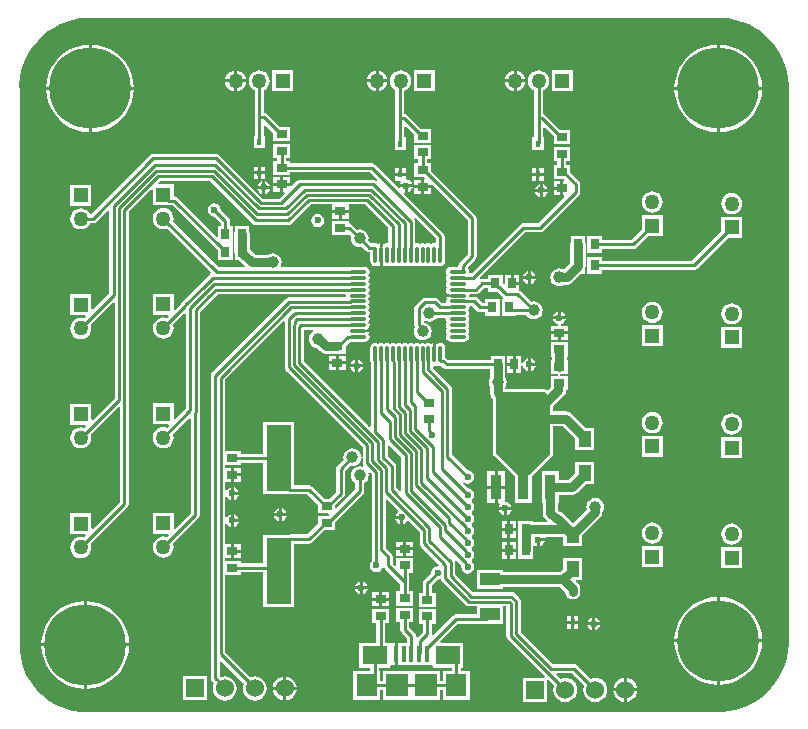
<source format=gbr>
%TF.GenerationSoftware,Altium Limited,Altium Designer,20.0.13 (296)*%
G04 Layer_Physical_Order=1*
G04 Layer_Color=255*
%FSLAX25Y25*%
%MOIN*%
%TF.FileFunction,Copper,L1,Top,Signal*%
%TF.Part,Single*%
G01*
G75*
%TA.AperFunction,SMDPad,CuDef*%
%ADD10R,0.03543X0.02756*%
%ADD11R,0.02756X0.03543*%
%ADD12R,0.08300X0.22000*%
%ADD13R,0.04331X0.05315*%
%ADD14R,0.12795X0.08465*%
%ADD15R,0.03740X0.08465*%
%ADD16O,0.05709X0.01181*%
%ADD17O,0.01181X0.05709*%
%ADD18R,0.01772X0.02165*%
%ADD19R,0.07480X0.07480*%
%ADD20R,0.07087X0.07480*%
%ADD21R,0.08268X0.06299*%
%ADD22R,0.01575X0.05315*%
%ADD23R,0.06693X0.04134*%
%TA.AperFunction,Conductor*%
%ADD24C,0.01000*%
%ADD25C,0.03000*%
%TA.AperFunction,ComponentPad*%
%ADD26C,0.06000*%
%ADD27R,0.06000X0.06000*%
%ADD28C,0.27165*%
%ADD29C,0.05000*%
%ADD30R,0.05000X0.05000*%
%ADD31R,0.05000X0.05000*%
%TA.AperFunction,ViaPad*%
%ADD32C,0.03937*%
%ADD33C,0.03937*%
%ADD34C,0.02362*%
G36*
X620970Y379894D02*
X623247Y379442D01*
X625468Y378768D01*
X627612Y377880D01*
X629659Y376786D01*
X631589Y375496D01*
X633383Y374024D01*
X635024Y372383D01*
X636496Y370589D01*
X637786Y368659D01*
X638880Y366612D01*
X639768Y364468D01*
X640442Y362247D01*
X640895Y359970D01*
X641122Y357661D01*
Y356500D01*
Y172378D01*
Y171218D01*
X640895Y168908D01*
X640442Y166631D01*
X639768Y164410D01*
X638880Y162266D01*
X637786Y160219D01*
X636496Y158289D01*
X635024Y156495D01*
X633383Y154854D01*
X631589Y153382D01*
X629659Y152092D01*
X627612Y150998D01*
X625468Y150110D01*
X623247Y149436D01*
X620970Y148983D01*
X618660Y148756D01*
X617500D01*
X406681Y148756D01*
X405235D01*
X402368Y149133D01*
X399575Y149882D01*
X396903Y150989D01*
X394398Y152435D01*
X392104Y154195D01*
X390059Y156240D01*
X388298Y158535D01*
X386852Y161039D01*
X385746Y163711D01*
X384997Y166505D01*
X384619Y169372D01*
Y170818D01*
X384619Y356500D01*
X384500D01*
Y357661D01*
X384728Y359970D01*
X385180Y362247D01*
X385854Y364468D01*
X386742Y366612D01*
X387836Y368659D01*
X389126Y370589D01*
X390598Y372383D01*
X392239Y374024D01*
X394033Y375496D01*
X395963Y376786D01*
X398010Y377880D01*
X400154Y378768D01*
X402375Y379442D01*
X404652Y379894D01*
X406962Y380122D01*
X408122D01*
Y380122D01*
X617500Y380122D01*
X618660D01*
X620970Y379894D01*
D02*
G37*
%LPC*%
G36*
X457126Y362464D02*
Y359500D01*
X460090D01*
X460036Y359914D01*
X459683Y360765D01*
X459122Y361496D01*
X458391Y362057D01*
X457540Y362410D01*
X457126Y362464D01*
D02*
G37*
G36*
X504252Y362464D02*
Y359500D01*
X507216D01*
X507162Y359914D01*
X506809Y360765D01*
X506248Y361496D01*
X505517Y362057D01*
X504666Y362410D01*
X504252Y362464D01*
D02*
G37*
G36*
X550252D02*
Y359500D01*
X553216D01*
X553162Y359914D01*
X552809Y360765D01*
X552248Y361496D01*
X551517Y362057D01*
X550666Y362410D01*
X550252Y362464D01*
D02*
G37*
G36*
X503252Y362464D02*
X502838Y362410D01*
X501987Y362057D01*
X501256Y361496D01*
X500695Y360765D01*
X500342Y359914D01*
X500288Y359500D01*
X503252D01*
Y362464D01*
D02*
G37*
G36*
X549252D02*
X548838Y362410D01*
X547987Y362057D01*
X547256Y361496D01*
X546695Y360765D01*
X546342Y359914D01*
X546288Y359500D01*
X549252D01*
Y362464D01*
D02*
G37*
G36*
X456126Y362464D02*
X455712Y362410D01*
X454861Y362057D01*
X454130Y361496D01*
X453569Y360765D01*
X453216Y359914D01*
X453162Y359500D01*
X456126D01*
Y362464D01*
D02*
G37*
G36*
X618000Y371088D02*
Y357000D01*
X632088D01*
X631948Y358788D01*
X631412Y361020D01*
X630533Y363141D01*
X629334Y365098D01*
X627843Y366843D01*
X626098Y368334D01*
X624141Y369533D01*
X622020Y370412D01*
X619788Y370948D01*
X618000Y371088D01*
D02*
G37*
G36*
X617000D02*
X615212Y370948D01*
X612980Y370412D01*
X610859Y369533D01*
X608902Y368334D01*
X607157Y366843D01*
X605666Y365098D01*
X604467Y363141D01*
X603588Y361020D01*
X603052Y358788D01*
X602912Y357000D01*
X617000D01*
Y371088D01*
D02*
G37*
G36*
X408622D02*
Y357000D01*
X422711D01*
X422570Y358788D01*
X422034Y361020D01*
X421156Y363141D01*
X419956Y365098D01*
X418465Y366843D01*
X416720Y368334D01*
X414763Y369533D01*
X412642Y370412D01*
X410410Y370948D01*
X408622Y371088D01*
D02*
G37*
G36*
X407622D02*
X405834Y370948D01*
X403602Y370412D01*
X401481Y369533D01*
X399524Y368334D01*
X397779Y366843D01*
X396288Y365098D01*
X395089Y363141D01*
X394210Y361020D01*
X393674Y358788D01*
X393534Y357000D01*
X407622D01*
Y371088D01*
D02*
G37*
G36*
X460090Y358500D02*
X457126D01*
Y355536D01*
X457540Y355590D01*
X458391Y355943D01*
X459122Y356504D01*
X459683Y357235D01*
X460036Y358086D01*
X460090Y358500D01*
D02*
G37*
G36*
X549252D02*
X546288D01*
X546342Y358086D01*
X546695Y357235D01*
X547256Y356504D01*
X547987Y355943D01*
X548838Y355590D01*
X549252Y355536D01*
Y358500D01*
D02*
G37*
G36*
X503252D02*
X500288D01*
X500342Y358086D01*
X500695Y357235D01*
X501256Y356504D01*
X501987Y355943D01*
X502838Y355590D01*
X503252Y355536D01*
Y358500D01*
D02*
G37*
G36*
X553216D02*
X550252D01*
Y355536D01*
X550666Y355590D01*
X551517Y355943D01*
X552248Y356504D01*
X552809Y357235D01*
X553162Y358086D01*
X553216Y358500D01*
D02*
G37*
G36*
X507216D02*
X504252D01*
Y355536D01*
X504666Y355590D01*
X505517Y355943D01*
X506248Y356504D01*
X506809Y357235D01*
X507162Y358086D01*
X507216Y358500D01*
D02*
G37*
G36*
X456126D02*
X453162D01*
X453216Y358086D01*
X453569Y357235D01*
X454130Y356504D01*
X454861Y355943D01*
X455712Y355590D01*
X456126Y355536D01*
Y358500D01*
D02*
G37*
G36*
X569000Y362500D02*
X562000D01*
Y355500D01*
X569000D01*
Y362500D01*
D02*
G37*
G36*
X523000D02*
X516000D01*
Y355500D01*
X523000D01*
Y362500D01*
D02*
G37*
G36*
X475874D02*
X468874D01*
Y355500D01*
X475874D01*
Y362500D01*
D02*
G37*
G36*
X632088Y356000D02*
X618000D01*
Y341912D01*
X619788Y342052D01*
X622020Y342588D01*
X624141Y343467D01*
X626098Y344666D01*
X627843Y346157D01*
X629334Y347902D01*
X630533Y349859D01*
X631412Y351980D01*
X631948Y354212D01*
X632088Y356000D01*
D02*
G37*
G36*
X617000D02*
X602912D01*
X603052Y354212D01*
X603588Y351980D01*
X604467Y349859D01*
X605666Y347902D01*
X607157Y346157D01*
X608902Y344666D01*
X610859Y343467D01*
X612980Y342588D01*
X615212Y342052D01*
X617000Y341912D01*
Y356000D01*
D02*
G37*
G36*
X422711D02*
X408622D01*
Y341912D01*
X410410Y342052D01*
X412642Y342588D01*
X414763Y343467D01*
X416720Y344666D01*
X418465Y346157D01*
X419956Y347902D01*
X421156Y349859D01*
X422034Y351980D01*
X422570Y354212D01*
X422711Y356000D01*
D02*
G37*
G36*
X407622D02*
X393534D01*
X393674Y354212D01*
X394210Y351980D01*
X395089Y349859D01*
X396288Y347902D01*
X397779Y346157D01*
X399524Y344666D01*
X401481Y343467D01*
X403602Y342588D01*
X405834Y342052D01*
X407622Y341912D01*
Y356000D01*
D02*
G37*
G36*
X464500Y362530D02*
X463586Y362410D01*
X462735Y362057D01*
X462004Y361496D01*
X461443Y360765D01*
X461090Y359914D01*
X460970Y359000D01*
X461090Y358086D01*
X461443Y357235D01*
X462004Y356504D01*
X462735Y355943D01*
X462971Y355845D01*
Y346809D01*
Y340701D01*
X462614D01*
Y336535D01*
X466386D01*
Y340701D01*
X466029D01*
Y344017D01*
X466491Y344208D01*
X469228Y341471D01*
Y338878D01*
X474772D01*
Y343634D01*
X471391D01*
X467135Y347890D01*
X466638Y348222D01*
X466053Y348339D01*
X466029D01*
Y355845D01*
X466265Y355943D01*
X466996Y356504D01*
X467557Y357235D01*
X467910Y358086D01*
X468030Y359000D01*
X467910Y359914D01*
X467557Y360765D01*
X466996Y361496D01*
X466265Y362057D01*
X465414Y362410D01*
X464500Y362530D01*
D02*
G37*
G36*
X511626D02*
X510712Y362410D01*
X509861Y362057D01*
X509130Y361496D01*
X508569Y360765D01*
X508216Y359914D01*
X508096Y359000D01*
X508216Y358086D01*
X508569Y357235D01*
X509130Y356504D01*
X509814Y355979D01*
Y346559D01*
Y340201D01*
X509614D01*
Y336035D01*
X513386D01*
Y340201D01*
X512873D01*
Y343673D01*
X513335Y343864D01*
X516228Y340971D01*
Y338378D01*
X521772D01*
Y343134D01*
X518391D01*
X513885Y347640D01*
X513388Y347972D01*
X512873Y348075D01*
Y355728D01*
X513391Y355943D01*
X514122Y356504D01*
X514683Y357235D01*
X515036Y358086D01*
X515156Y359000D01*
X515036Y359914D01*
X514683Y360765D01*
X514122Y361496D01*
X513391Y362057D01*
X512540Y362410D01*
X511626Y362530D01*
D02*
G37*
G36*
X557626D02*
X556712Y362410D01*
X555861Y362057D01*
X555130Y361496D01*
X554569Y360765D01*
X554216Y359914D01*
X554096Y359000D01*
X554216Y358086D01*
X554569Y357235D01*
X555130Y356504D01*
X555861Y355943D01*
X556095Y355846D01*
Y346559D01*
Y340201D01*
X555488D01*
Y336035D01*
X559260D01*
Y340201D01*
X559153D01*
Y343267D01*
X559615Y343458D01*
X562602Y340471D01*
Y337878D01*
X568146D01*
Y342634D01*
X564765D01*
X559759Y347640D01*
X559262Y347972D01*
X559153Y347994D01*
Y355844D01*
X559391Y355943D01*
X560122Y356504D01*
X560683Y357235D01*
X561036Y358086D01*
X561156Y359000D01*
X561036Y359914D01*
X560683Y360765D01*
X560122Y361496D01*
X559391Y362057D01*
X558540Y362410D01*
X557626Y362530D01*
D02*
G37*
G36*
X466386Y330465D02*
X465000D01*
Y328882D01*
X466386D01*
Y330465D01*
D02*
G37*
G36*
X464000D02*
X462614D01*
Y328882D01*
X464000D01*
Y330465D01*
D02*
G37*
G36*
X559260Y329965D02*
X557874D01*
Y328382D01*
X559260D01*
Y329965D01*
D02*
G37*
G36*
X556874D02*
X555488D01*
Y328382D01*
X556874D01*
Y329965D01*
D02*
G37*
G36*
X513386D02*
X512000D01*
Y328382D01*
X513386D01*
Y329965D01*
D02*
G37*
G36*
X511000D02*
X509614D01*
Y328382D01*
X511000D01*
Y329965D01*
D02*
G37*
G36*
X466386Y327882D02*
X465000D01*
Y326299D01*
X466386D01*
Y327882D01*
D02*
G37*
G36*
X464000D02*
X462614D01*
Y326299D01*
X464000D01*
Y327882D01*
D02*
G37*
G36*
X559260Y327382D02*
X557874D01*
Y325799D01*
X559260D01*
Y327382D01*
D02*
G37*
G36*
X556874D02*
X555488D01*
Y325799D01*
X556874D01*
Y327382D01*
D02*
G37*
G36*
X474772Y338122D02*
X469228D01*
Y333366D01*
X470471D01*
Y332378D01*
X469228D01*
Y327622D01*
X474772D01*
Y328471D01*
X501367D01*
X503801Y326036D01*
X503482Y325648D01*
X503085Y325913D01*
X502500Y326029D01*
X478000D01*
X477415Y325913D01*
X476919Y325581D01*
X475234Y323897D01*
X475012Y323988D01*
X472500D01*
Y322110D01*
X472794D01*
X472985Y321648D01*
X471067Y319729D01*
X465587D01*
X451035Y334281D01*
X450539Y334613D01*
X449954Y334729D01*
X429200D01*
X428615Y334613D01*
X428119Y334281D01*
X408600Y314762D01*
X408334Y314764D01*
X407997Y314844D01*
X407496Y315496D01*
X406765Y316057D01*
X405914Y316410D01*
X405000Y316530D01*
X404086Y316410D01*
X403235Y316057D01*
X402504Y315496D01*
X401943Y314765D01*
X401590Y313914D01*
X401470Y313000D01*
X401590Y312086D01*
X401943Y311235D01*
X402504Y310504D01*
X403235Y309943D01*
X404086Y309590D01*
X405000Y309470D01*
X405914Y309590D01*
X406765Y309943D01*
X407496Y310504D01*
X408057Y311235D01*
X408155Y311471D01*
X409000D01*
X409585Y311587D01*
X410081Y311919D01*
X414109Y315946D01*
X414571Y315754D01*
Y288233D01*
X408962Y282625D01*
X408500Y282816D01*
Y287874D01*
X401500D01*
Y280874D01*
X406558D01*
X406749Y280412D01*
X406149Y279812D01*
X405914Y279910D01*
X405000Y280030D01*
X404086Y279910D01*
X403235Y279557D01*
X402504Y278996D01*
X401943Y278265D01*
X401590Y277414D01*
X401470Y276500D01*
X401590Y275586D01*
X401943Y274735D01*
X402504Y274004D01*
X403235Y273443D01*
X404086Y273090D01*
X405000Y272970D01*
X405914Y273090D01*
X406765Y273443D01*
X407496Y274004D01*
X408057Y274735D01*
X408410Y275586D01*
X408530Y276500D01*
X408410Y277414D01*
X408312Y277649D01*
X415809Y285146D01*
X416271Y284954D01*
Y253433D01*
X408962Y246125D01*
X408500Y246316D01*
Y251374D01*
X401500D01*
Y244374D01*
X406558D01*
X406749Y243912D01*
X406149Y243312D01*
X405914Y243410D01*
X405000Y243530D01*
X404086Y243410D01*
X403235Y243057D01*
X402504Y242496D01*
X401943Y241765D01*
X401590Y240914D01*
X401470Y240000D01*
X401590Y239086D01*
X401943Y238235D01*
X402504Y237504D01*
X403235Y236943D01*
X404086Y236590D01*
X405000Y236470D01*
X405914Y236590D01*
X406765Y236943D01*
X407496Y237504D01*
X408057Y238235D01*
X408410Y239086D01*
X408530Y240000D01*
X408410Y240914D01*
X408312Y241149D01*
X417509Y250346D01*
X417971Y250154D01*
Y218634D01*
X408962Y209625D01*
X408500Y209816D01*
Y214874D01*
X401500D01*
Y207874D01*
X406558D01*
X406749Y207412D01*
X406149Y206812D01*
X405914Y206910D01*
X405000Y207030D01*
X404086Y206910D01*
X403235Y206557D01*
X402504Y205996D01*
X401943Y205265D01*
X401590Y204414D01*
X401470Y203500D01*
X401590Y202586D01*
X401943Y201735D01*
X402504Y201004D01*
X403235Y200443D01*
X404086Y200090D01*
X405000Y199970D01*
X405914Y200090D01*
X406765Y200443D01*
X407496Y201004D01*
X408057Y201735D01*
X408410Y202586D01*
X408530Y203500D01*
X408410Y204414D01*
X408312Y204649D01*
X420581Y216919D01*
X420913Y217415D01*
X421029Y218000D01*
Y315367D01*
X428538Y322875D01*
X429000Y322684D01*
Y317500D01*
X434352D01*
X434500Y317471D01*
X435611D01*
X450866Y302215D01*
Y299228D01*
X455622D01*
Y304728D01*
X455622Y304772D01*
X455622D01*
Y305228D01*
X455622D01*
Y310772D01*
X454774D01*
Y312256D01*
X454657Y312841D01*
X454325Y313337D01*
X451714Y315949D01*
X451724Y316000D01*
X451555Y316851D01*
X451073Y317572D01*
X450351Y318055D01*
X449500Y318224D01*
X448649Y318055D01*
X447928Y317572D01*
X447445Y316851D01*
X447276Y316000D01*
X447445Y315149D01*
X447928Y314427D01*
X448649Y313945D01*
X449500Y313776D01*
X449551Y313786D01*
X451715Y311622D01*
Y310772D01*
X450866D01*
Y307194D01*
X450404Y307003D01*
X437325Y320081D01*
X436829Y320413D01*
X436244Y320529D01*
X436000D01*
Y324500D01*
X430816D01*
X430625Y324962D01*
X431433Y325771D01*
X448008D01*
X462360Y311419D01*
X462856Y311087D01*
X463441Y310971D01*
X474155D01*
X474740Y311087D01*
X475236Y311419D01*
X481688Y317871D01*
X488728D01*
Y316012D01*
X491500D01*
X494272D01*
Y317871D01*
X499754D01*
X507549Y310075D01*
Y305326D01*
X507163Y305009D01*
X507110Y305019D01*
X506490Y304896D01*
X506126Y304653D01*
X505762Y304896D01*
X505642Y304920D01*
Y304063D01*
X505612Y304018D01*
X505488Y303398D01*
Y301134D01*
Y298870D01*
X505612Y298249D01*
X505642Y298205D01*
Y297348D01*
X505762Y297372D01*
X506126Y297615D01*
X506490Y297372D01*
X507110Y297248D01*
X507731Y297372D01*
X508095Y297615D01*
X508458Y297372D01*
X509079Y297248D01*
X509699Y297372D01*
X510063Y297615D01*
X510427Y297372D01*
X511047Y297248D01*
X511668Y297372D01*
X512032Y297615D01*
X512395Y297372D01*
X513016Y297248D01*
X513636Y297372D01*
X514000Y297615D01*
X514364Y297372D01*
X514984Y297248D01*
X515605Y297372D01*
X515969Y297615D01*
X516332Y297372D01*
X516953Y297248D01*
X517573Y297372D01*
X517937Y297615D01*
X518301Y297372D01*
X518921Y297248D01*
X519542Y297372D01*
X519906Y297615D01*
X520269Y297372D01*
X520890Y297248D01*
X521510Y297372D01*
X521874Y297615D01*
X522238Y297372D01*
X522858Y297248D01*
X523479Y297372D01*
X523842Y297615D01*
X524206Y297372D01*
X524827Y297248D01*
X525447Y297372D01*
X525974Y297723D01*
X526325Y298250D01*
X526448Y298870D01*
Y303398D01*
X526356Y303862D01*
Y307173D01*
X526240Y307758D01*
X525908Y308255D01*
X512747Y321416D01*
X512993Y321877D01*
X513000Y321876D01*
Y323500D01*
X511376D01*
X511377Y323493D01*
X510916Y323247D01*
X503081Y331081D01*
X502585Y331413D01*
X502000Y331529D01*
X474772D01*
Y332378D01*
X473529D01*
Y333366D01*
X474772D01*
Y338122D01*
D02*
G37*
G36*
Y326866D02*
X472500D01*
Y324988D01*
X474772D01*
Y326866D01*
D02*
G37*
G36*
X471500D02*
X469228D01*
Y324988D01*
X471500D01*
Y326866D01*
D02*
G37*
G36*
X513386Y327382D02*
X509614D01*
Y325799D01*
X511478D01*
X511745Y325299D01*
X511445Y324851D01*
X511376Y324500D01*
X515624D01*
X515555Y324851D01*
X515072Y325572D01*
X514351Y326055D01*
X513500Y326224D01*
X513386Y326318D01*
Y327382D01*
D02*
G37*
G36*
X518500Y326122D02*
X516228D01*
Y324244D01*
X518500D01*
Y326122D01*
D02*
G37*
G36*
X466500Y325624D02*
Y324000D01*
X468124D01*
X468055Y324351D01*
X467572Y325073D01*
X466851Y325555D01*
X466500Y325624D01*
D02*
G37*
G36*
X465500D02*
X465149Y325555D01*
X464428Y325073D01*
X463945Y324351D01*
X463876Y324000D01*
X465500D01*
Y325624D01*
D02*
G37*
G36*
X564874Y325622D02*
X562602D01*
Y323744D01*
X564874D01*
Y325622D01*
D02*
G37*
G36*
X559000Y324624D02*
Y323000D01*
X560624D01*
X560555Y323351D01*
X560073Y324073D01*
X559351Y324555D01*
X559000Y324624D01*
D02*
G37*
G36*
X558000D02*
X557649Y324555D01*
X556927Y324073D01*
X556445Y323351D01*
X556376Y323000D01*
X558000D01*
Y324624D01*
D02*
G37*
G36*
X471500Y323988D02*
X469228D01*
Y322110D01*
X471500D01*
Y323988D01*
D02*
G37*
G36*
X515624Y323500D02*
X514000D01*
Y321876D01*
X514351Y321945D01*
X515072Y322428D01*
X515555Y323149D01*
X515624Y323500D01*
D02*
G37*
G36*
X468124Y323000D02*
X466500D01*
Y321376D01*
X466851Y321445D01*
X467572Y321927D01*
X468055Y322649D01*
X468124Y323000D01*
D02*
G37*
G36*
X465500D02*
X463876D01*
X463945Y322649D01*
X464428Y321927D01*
X465149Y321445D01*
X465500Y321376D01*
Y323000D01*
D02*
G37*
G36*
X521772Y323244D02*
X519500D01*
Y321366D01*
X521772D01*
Y323244D01*
D02*
G37*
G36*
X518500D02*
X516228D01*
Y321366D01*
X518500D01*
Y323244D01*
D02*
G37*
G36*
X564874Y322744D02*
X562602D01*
Y320866D01*
X564874D01*
Y322744D01*
D02*
G37*
G36*
X560624Y322000D02*
X559000D01*
Y320376D01*
X559351Y320445D01*
X560073Y320928D01*
X560555Y321649D01*
X560624Y322000D01*
D02*
G37*
G36*
X558000D02*
X556376D01*
X556445Y321649D01*
X556927Y320928D01*
X557649Y320445D01*
X558000Y320376D01*
Y322000D01*
D02*
G37*
G36*
X408500Y324374D02*
X401500D01*
Y317374D01*
X408500D01*
Y324374D01*
D02*
G37*
G36*
X595500Y322196D02*
X594586Y322075D01*
X593735Y321723D01*
X593004Y321162D01*
X592443Y320430D01*
X592090Y319579D01*
X591970Y318665D01*
X592090Y317752D01*
X592443Y316900D01*
X593004Y316169D01*
X593735Y315608D01*
X594586Y315255D01*
X595500Y315135D01*
X596414Y315255D01*
X597265Y315608D01*
X597996Y316169D01*
X598557Y316900D01*
X598910Y317752D01*
X599030Y318665D01*
X598910Y319579D01*
X598557Y320430D01*
X597996Y321162D01*
X597265Y321723D01*
X596414Y322075D01*
X595500Y322196D01*
D02*
G37*
G36*
X622000Y321613D02*
X621086Y321493D01*
X620235Y321140D01*
X619504Y320579D01*
X618943Y319848D01*
X618590Y318996D01*
X618470Y318083D01*
X618590Y317169D01*
X618943Y316318D01*
X619504Y315586D01*
X620235Y315025D01*
X621086Y314673D01*
X622000Y314552D01*
X622914Y314673D01*
X623765Y315025D01*
X624496Y315586D01*
X625057Y316318D01*
X625410Y317169D01*
X625530Y318083D01*
X625410Y318996D01*
X625057Y319848D01*
X624496Y320579D01*
X623765Y321140D01*
X622914Y321493D01*
X622000Y321613D01*
D02*
G37*
G36*
X494272Y315012D02*
X492000D01*
Y313134D01*
X494272D01*
Y315012D01*
D02*
G37*
G36*
X491000D02*
X488728D01*
Y313134D01*
X491000D01*
Y315012D01*
D02*
G37*
G36*
X484000Y314724D02*
X483149Y314555D01*
X482428Y314072D01*
X481945Y313351D01*
X481776Y312500D01*
X481945Y311649D01*
X482428Y310928D01*
X483149Y310445D01*
X484000Y310276D01*
X484851Y310445D01*
X485572Y310928D01*
X486055Y311649D01*
X486224Y312500D01*
X486055Y313351D01*
X485572Y314072D01*
X484851Y314555D01*
X484000Y314724D01*
D02*
G37*
G36*
X599000Y314291D02*
X592000D01*
Y309454D01*
X588575Y306029D01*
X578634D01*
Y307272D01*
X573878D01*
Y301728D01*
X578634D01*
Y302971D01*
X589209D01*
X589794Y303087D01*
X590290Y303419D01*
X594163Y307291D01*
X599000D01*
Y314291D01*
D02*
G37*
G36*
X625500Y313709D02*
X618500D01*
Y308872D01*
X608658Y299029D01*
X578634D01*
Y300272D01*
X573878D01*
Y294728D01*
X578634D01*
Y295971D01*
X609291D01*
X609877Y296087D01*
X610373Y296419D01*
X620663Y306709D01*
X625500D01*
Y313709D01*
D02*
G37*
G36*
X494272Y312378D02*
X488728D01*
Y307622D01*
X494272D01*
Y307622D01*
X494524Y307727D01*
X495041Y307211D01*
X494944Y306476D01*
X495046Y305701D01*
X495345Y304979D01*
X495821Y304359D01*
X496441Y303883D01*
X497163Y303584D01*
X497938Y303482D01*
X498713Y303584D01*
X498839Y303636D01*
X500124Y302351D01*
X500620Y302019D01*
X501205Y301903D01*
X501551D01*
Y298870D01*
X501675Y298250D01*
X502027Y297723D01*
X502553Y297372D01*
X503173Y297248D01*
X503794Y297372D01*
X504157Y297615D01*
X504521Y297372D01*
X504642Y297348D01*
Y298205D01*
X504672Y298249D01*
X504795Y298870D01*
Y301134D01*
Y303398D01*
X504672Y304018D01*
X504642Y304063D01*
Y304920D01*
X504521Y304896D01*
X504157Y304653D01*
X503794Y304896D01*
X503173Y305019D01*
X502883Y304962D01*
X501839D01*
X500862Y305939D01*
X500932Y306476D01*
X500830Y307251D01*
X500531Y307973D01*
X500055Y308593D01*
X499435Y309069D01*
X498713Y309368D01*
X497938Y309470D01*
X497203Y309374D01*
X495496Y311081D01*
X495000Y311413D01*
X494414Y311529D01*
X494272D01*
Y312378D01*
D02*
G37*
G36*
X573122Y307272D02*
X568366D01*
Y305360D01*
X568195Y304500D01*
Y298406D01*
X566017Y296228D01*
X565670D01*
X565275Y296392D01*
X564500Y296494D01*
X563725Y296392D01*
X563003Y296093D01*
X562383Y295617D01*
X561907Y294997D01*
X561608Y294275D01*
X561506Y293500D01*
X561608Y292725D01*
X561907Y292003D01*
X562383Y291383D01*
X563003Y290907D01*
X563725Y290608D01*
X564500Y290506D01*
X565275Y290608D01*
X565997Y290907D01*
X566288Y291130D01*
X567073D01*
X568048Y291324D01*
X568875Y291877D01*
X571727Y294728D01*
X573122D01*
Y296491D01*
X573293Y297350D01*
Y304500D01*
X573122Y305360D01*
Y307272D01*
D02*
G37*
G36*
X555000Y295624D02*
Y294000D01*
X556624D01*
X556555Y294351D01*
X556073Y295073D01*
X555351Y295555D01*
X555000Y295624D01*
D02*
G37*
G36*
X554000D02*
X553649Y295555D01*
X552927Y295073D01*
X552445Y294351D01*
X552376Y294000D01*
X554000D01*
Y295624D01*
D02*
G37*
G36*
X551134Y294272D02*
X549256D01*
Y292000D01*
X551134D01*
Y294272D01*
D02*
G37*
G36*
X556624Y293000D02*
X555000D01*
Y291376D01*
X555351Y291445D01*
X556073Y291928D01*
X556555Y292649D01*
X556624Y293000D01*
D02*
G37*
G36*
X554000D02*
X552376D01*
X552445Y292649D01*
X552927Y291928D01*
X553649Y291445D01*
X554000Y291376D01*
Y293000D01*
D02*
G37*
G36*
X432500Y316656D02*
X431586Y316536D01*
X430735Y316183D01*
X430004Y315622D01*
X429443Y314891D01*
X429090Y314040D01*
X428970Y313126D01*
X429090Y312212D01*
X429443Y311361D01*
X430004Y310630D01*
X430735Y310069D01*
X431586Y309716D01*
X432500Y309596D01*
X433414Y309716D01*
X433649Y309814D01*
X448266Y295197D01*
X448188Y294568D01*
X447996Y294440D01*
X445188Y291632D01*
X445188Y291632D01*
X438780Y285224D01*
X438469Y284757D01*
X436462Y282751D01*
X436000Y282942D01*
Y288000D01*
X429000D01*
Y281000D01*
X434058D01*
X434249Y280538D01*
X433649Y279938D01*
X433414Y280036D01*
X432500Y280156D01*
X431586Y280036D01*
X430735Y279683D01*
X430004Y279122D01*
X429443Y278391D01*
X429090Y277540D01*
X428970Y276626D01*
X429090Y275712D01*
X429443Y274861D01*
X430004Y274130D01*
X430735Y273569D01*
X431586Y273216D01*
X432500Y273096D01*
X433414Y273216D01*
X434265Y273569D01*
X434996Y274130D01*
X435557Y274861D01*
X435910Y275712D01*
X436030Y276626D01*
X435910Y277540D01*
X435812Y277775D01*
X439570Y281534D01*
X440032Y281342D01*
Y249821D01*
X436462Y246251D01*
X436000Y246442D01*
Y251500D01*
X429000D01*
Y244500D01*
X434058D01*
X434249Y244038D01*
X433649Y243438D01*
X433414Y243536D01*
X432500Y243656D01*
X431586Y243536D01*
X430735Y243183D01*
X430004Y242622D01*
X429443Y241891D01*
X429090Y241040D01*
X428970Y240126D01*
X429090Y239212D01*
X429443Y238361D01*
X430004Y237630D01*
X430735Y237069D01*
X431586Y236716D01*
X432500Y236596D01*
X433414Y236716D01*
X434265Y237069D01*
X434996Y237630D01*
X435557Y238361D01*
X435910Y239212D01*
X436030Y240126D01*
X435910Y241040D01*
X435812Y241275D01*
X441161Y246624D01*
X441623Y246433D01*
Y214912D01*
X436462Y209751D01*
X436000Y209942D01*
Y215000D01*
X429000D01*
Y208000D01*
X434058D01*
X434249Y207538D01*
X433649Y206938D01*
X433414Y207036D01*
X432500Y207156D01*
X431586Y207036D01*
X430735Y206683D01*
X430004Y206122D01*
X429443Y205391D01*
X429090Y204540D01*
X428970Y203626D01*
X429090Y202712D01*
X429443Y201861D01*
X430004Y201130D01*
X430735Y200569D01*
X431586Y200216D01*
X432500Y200096D01*
X433414Y200216D01*
X434265Y200569D01*
X434996Y201130D01*
X435557Y201861D01*
X435910Y202712D01*
X436030Y203626D01*
X435910Y204540D01*
X435812Y204775D01*
X444234Y213197D01*
X444565Y213693D01*
X444682Y214278D01*
Y247933D01*
X444791Y248483D01*
Y282101D01*
X448759Y286069D01*
X448759Y286069D01*
X450582Y287892D01*
X493174D01*
X493491Y287505D01*
X493481Y287453D01*
X493527Y287222D01*
X493209Y286836D01*
X474402D01*
X473817Y286719D01*
X473321Y286388D01*
X448809Y261876D01*
X448478Y261380D01*
X448361Y260795D01*
Y159973D01*
X448478Y159388D01*
X448809Y158892D01*
X449412Y158289D01*
X449103Y157544D01*
X448966Y156500D01*
X449103Y155456D01*
X449506Y154483D01*
X450147Y153647D01*
X450983Y153006D01*
X451956Y152603D01*
X453000Y152465D01*
X454044Y152603D01*
X455017Y153006D01*
X455853Y153647D01*
X456494Y154483D01*
X456897Y155456D01*
X457034Y156500D01*
X456897Y157544D01*
X456494Y158517D01*
X455853Y159353D01*
X455017Y159994D01*
X454044Y160397D01*
X453000Y160535D01*
X451956Y160397D01*
X451808Y160336D01*
X451420Y160650D01*
Y165264D01*
X451882Y165455D01*
X459305Y158032D01*
X459103Y157544D01*
X458965Y156500D01*
X459103Y155456D01*
X459506Y154483D01*
X460147Y153647D01*
X460983Y153006D01*
X461956Y152603D01*
X463000Y152465D01*
X464044Y152603D01*
X465017Y153006D01*
X465853Y153647D01*
X466494Y154483D01*
X466897Y155456D01*
X467034Y156500D01*
X466897Y157544D01*
X466494Y158517D01*
X465853Y159353D01*
X465017Y159994D01*
X464044Y160397D01*
X463000Y160535D01*
X461956Y160397D01*
X461468Y160195D01*
X453120Y168543D01*
Y194366D01*
X458272D01*
Y195215D01*
X465850D01*
Y183801D01*
X476150D01*
Y204771D01*
X481163D01*
X481748Y204888D01*
X482244Y205219D01*
X486391Y209366D01*
X489772D01*
Y211959D01*
X499081Y221269D01*
X499413Y221765D01*
X499529Y222350D01*
Y224932D01*
X500117Y225383D01*
X500593Y226003D01*
X500892Y226725D01*
X500994Y227500D01*
X500898Y228232D01*
X500935Y228272D01*
X501451Y228386D01*
X501971Y227867D01*
Y199101D01*
X501928Y199073D01*
X501445Y198351D01*
X501276Y197500D01*
X501445Y196649D01*
X501928Y195928D01*
X502649Y195446D01*
X503500Y195276D01*
X504351Y195446D01*
X505072Y195928D01*
X505555Y196649D01*
X505592Y196839D01*
X505966Y196896D01*
X506110Y196880D01*
X506419Y196419D01*
X511471Y191367D01*
Y188890D01*
X510228D01*
Y184134D01*
X515772D01*
Y188890D01*
X514529D01*
Y192000D01*
Y195110D01*
X515772D01*
Y199866D01*
X510228D01*
Y197588D01*
X509766Y197397D01*
X509029Y198134D01*
Y200500D01*
X508913Y201085D01*
X508581Y201581D01*
X506729Y203433D01*
Y219322D01*
X507191Y219513D01*
X510789Y215915D01*
X510726Y215272D01*
X510428Y215072D01*
X509945Y214351D01*
X509876Y214000D01*
X512000D01*
Y213500D01*
X512500D01*
Y211376D01*
X512851Y211445D01*
X513573Y211928D01*
X513772Y212226D01*
X514415Y212289D01*
X517971Y208734D01*
Y204845D01*
X518087Y204260D01*
X518419Y203764D01*
X524560Y197622D01*
X524314Y197161D01*
X524000Y197224D01*
X523149Y197055D01*
X522428Y196572D01*
X521945Y195851D01*
X521776Y195000D01*
X521786Y194949D01*
X519419Y192581D01*
X519087Y192085D01*
X518971Y191500D01*
Y188390D01*
X517728D01*
Y183634D01*
X523272D01*
Y188390D01*
X522029D01*
Y190866D01*
X523949Y192786D01*
X524000Y192776D01*
X524851Y192946D01*
X525131Y192830D01*
X525159Y192688D01*
X525490Y192192D01*
X533373Y184309D01*
X533869Y183978D01*
X534455Y183861D01*
X537153D01*
Y181155D01*
X530067D01*
X529482Y181039D01*
X528986Y180707D01*
X522451Y174172D01*
X521990Y174419D01*
X522029Y174618D01*
Y178122D01*
X523272D01*
Y182878D01*
X517728D01*
Y178122D01*
X518971D01*
Y175252D01*
X517254Y173535D01*
X516754Y173742D01*
Y173900D01*
X516637Y174485D01*
X516306Y174981D01*
X514529Y176758D01*
Y178622D01*
X515772D01*
Y183378D01*
X510228D01*
Y178622D01*
X511471D01*
Y176124D01*
X511587Y175539D01*
X511919Y175043D01*
X513695Y173266D01*
Y171689D01*
X510606D01*
Y168032D01*
Y164374D01*
X522130D01*
X522295Y163943D01*
Y163390D01*
X528656D01*
Y162240D01*
X525642D01*
Y159029D01*
X524689D01*
Y162240D01*
X505760D01*
Y159029D01*
X504807D01*
Y162240D01*
X504549D01*
Y163390D01*
X508153D01*
Y163943D01*
X508319Y164374D01*
X509606D01*
Y168032D01*
Y171689D01*
X508653D01*
X508319Y171689D01*
Y171689D01*
X508153Y171689D01*
Y171689D01*
X506529D01*
Y178366D01*
X507772D01*
Y183122D01*
X502228D01*
Y178366D01*
X503471D01*
Y171689D01*
X497886D01*
Y163390D01*
X501490D01*
Y162240D01*
X495720D01*
Y152760D01*
X504807D01*
Y155971D01*
X505760D01*
Y152760D01*
X524689D01*
Y155971D01*
X525642D01*
Y152760D01*
X534728D01*
Y162240D01*
X531714D01*
Y163390D01*
X532563D01*
Y171689D01*
X524946D01*
X524755Y172151D01*
X530700Y178097D01*
X539933D01*
X540081Y178126D01*
X545847D01*
Y183861D01*
X546861D01*
Y173955D01*
X546978Y173369D01*
X547309Y172873D01*
X559682Y160500D01*
X559475Y160000D01*
X552500D01*
Y152000D01*
X560500D01*
Y159184D01*
X560962Y159375D01*
X562805Y157532D01*
X562603Y157044D01*
X562465Y156000D01*
X562603Y154956D01*
X563006Y153983D01*
X563647Y153147D01*
X564483Y152506D01*
X565456Y152103D01*
X566500Y151965D01*
X567544Y152103D01*
X568517Y152506D01*
X569353Y153147D01*
X569994Y153983D01*
X570397Y154956D01*
X570535Y156000D01*
X570397Y157044D01*
X569994Y158017D01*
X569353Y158853D01*
X568517Y159494D01*
X567544Y159897D01*
X566500Y160035D01*
X565456Y159897D01*
X564968Y159695D01*
X563529Y161133D01*
X563721Y161595D01*
X568742D01*
X572805Y157532D01*
X572603Y157044D01*
X572466Y156000D01*
X572603Y154956D01*
X573006Y153983D01*
X573647Y153147D01*
X574483Y152506D01*
X575456Y152103D01*
X576500Y151965D01*
X577544Y152103D01*
X578517Y152506D01*
X579353Y153147D01*
X579994Y153983D01*
X580397Y154956D01*
X580535Y156000D01*
X580397Y157044D01*
X579994Y158017D01*
X579353Y158853D01*
X578517Y159494D01*
X577544Y159897D01*
X576500Y160035D01*
X575456Y159897D01*
X574968Y159695D01*
X570457Y164206D01*
X569961Y164538D01*
X569375Y164654D01*
X562258D01*
X551620Y175292D01*
Y185573D01*
X551504Y186158D01*
X551172Y186654D01*
X549654Y188172D01*
X549158Y188504D01*
X548573Y188620D01*
X535792D01*
X529904Y194508D01*
Y196125D01*
X529801Y196643D01*
Y198478D01*
X529685Y199063D01*
X529654Y199108D01*
X530043Y199427D01*
X531891Y197579D01*
X531776Y197000D01*
X531945Y196149D01*
X532428Y195428D01*
X533149Y194946D01*
X534000Y194776D01*
X534851Y194946D01*
X535572Y195428D01*
X536055Y196149D01*
X536224Y197000D01*
X536055Y197851D01*
X535572Y198573D01*
X535307Y198750D01*
Y199250D01*
X535572Y199427D01*
X536055Y200149D01*
X536224Y201000D01*
X536055Y201851D01*
X535572Y202572D01*
X535307Y202750D01*
Y203250D01*
X535572Y203428D01*
X536055Y204149D01*
X536224Y205000D01*
X536055Y205851D01*
X535572Y206573D01*
X535307Y206750D01*
Y207250D01*
X535572Y207428D01*
X536055Y208149D01*
X536224Y209000D01*
X536055Y209851D01*
X535572Y210573D01*
X535307Y210750D01*
Y211250D01*
X535572Y211427D01*
X536055Y212149D01*
X536224Y213000D01*
X536055Y213851D01*
X535572Y214573D01*
X535307Y214750D01*
Y215250D01*
X535572Y215427D01*
X536055Y216149D01*
X536224Y217000D01*
X536055Y217851D01*
X535572Y218572D01*
X535307Y218750D01*
Y219250D01*
X535572Y219427D01*
X536055Y220149D01*
X536224Y221000D01*
X536055Y221851D01*
X535572Y222572D01*
X534851Y223055D01*
X534000Y223224D01*
X533949Y223214D01*
X532364Y224799D01*
X532362Y224870D01*
X532854Y225143D01*
X533149Y224945D01*
X534000Y224776D01*
X534851Y224945D01*
X535572Y225428D01*
X536055Y226149D01*
X536224Y227000D01*
X536055Y227851D01*
X535572Y228573D01*
X534851Y229055D01*
X534000Y229224D01*
X533949Y229214D01*
X528729Y234434D01*
Y256204D01*
X528613Y256789D01*
X528281Y257286D01*
X524274Y261293D01*
X524081Y261581D01*
X522460Y263203D01*
X522474Y263657D01*
X522858Y263981D01*
X523479Y264104D01*
X523842Y264347D01*
X524206Y264104D01*
X524827Y263981D01*
X525204Y264056D01*
X525841Y263419D01*
X526337Y263087D01*
X526922Y262971D01*
X541439D01*
Y260039D01*
X541407Y259997D01*
X541108Y259275D01*
X541006Y258500D01*
X541108Y257725D01*
X541407Y257003D01*
X541439Y256961D01*
Y254929D01*
X541633Y253954D01*
X542186Y253127D01*
X542480Y252832D01*
X542480Y234750D01*
X542558Y234360D01*
X542779Y234029D01*
X549630Y227178D01*
Y218350D01*
X555370D01*
Y227178D01*
X562221Y234029D01*
X562442Y234360D01*
X562520Y234750D01*
Y243868D01*
X565629D01*
X569835Y239663D01*
Y235953D01*
X576165D01*
Y243268D01*
X573439D01*
X568487Y248220D01*
X567661Y248772D01*
X566685Y248966D01*
X562520D01*
Y250667D01*
X566031Y254178D01*
X566583Y255005D01*
X566755Y255866D01*
X567272D01*
Y260622D01*
X565360D01*
X564741Y260745D01*
Y261255D01*
X565360Y261378D01*
X567272D01*
Y266134D01*
X567049D01*
Y267110D01*
X567272D01*
Y271866D01*
X565360D01*
X564500Y272037D01*
X563640Y271866D01*
X561728D01*
Y267110D01*
X561951D01*
Y266134D01*
X561728D01*
Y261378D01*
X563640D01*
X564184Y261270D01*
Y260760D01*
X563491Y260622D01*
X561728D01*
Y258368D01*
X561679Y258122D01*
Y257036D01*
X560418Y255774D01*
X560321Y255871D01*
X559990Y256092D01*
X559600Y256170D01*
X546537Y256170D01*
Y256930D01*
X546593Y257003D01*
X546892Y257725D01*
X546994Y258500D01*
X546892Y259275D01*
X546593Y259997D01*
X546537Y260070D01*
Y264500D01*
X546366Y265360D01*
Y267272D01*
X541610D01*
Y266029D01*
X527556D01*
X526883Y266702D01*
X526448Y266992D01*
Y270130D01*
X526325Y270750D01*
X525974Y271277D01*
X525447Y271628D01*
X524827Y271752D01*
X524206Y271628D01*
X523842Y271385D01*
X523479Y271628D01*
X523358Y271652D01*
Y270795D01*
X523328Y270751D01*
X523205Y270130D01*
Y267866D01*
X522512D01*
Y270130D01*
X522388Y270751D01*
X522358Y270795D01*
Y271652D01*
X522238Y271628D01*
X521874Y271385D01*
X521510Y271628D01*
X520890Y271752D01*
X520269Y271628D01*
X519906Y271385D01*
X519542Y271628D01*
X518921Y271752D01*
X518301Y271628D01*
X517937Y271385D01*
X517573Y271628D01*
X516953Y271752D01*
X516332Y271628D01*
X515969Y271385D01*
X515605Y271628D01*
X514984Y271752D01*
X514364Y271628D01*
X514000Y271385D01*
X513636Y271628D01*
X513016Y271752D01*
X512395Y271628D01*
X512032Y271385D01*
X511668Y271628D01*
X511047Y271752D01*
X510427Y271628D01*
X510063Y271385D01*
X509699Y271628D01*
X509079Y271752D01*
X508458Y271628D01*
X508095Y271385D01*
X507731Y271628D01*
X507110Y271752D01*
X506490Y271628D01*
X506126Y271385D01*
X505762Y271628D01*
X505142Y271752D01*
X504521Y271628D01*
X504157Y271385D01*
X503794Y271628D01*
X503173Y271752D01*
X502553Y271628D01*
X502027Y271277D01*
X501675Y270750D01*
X501551Y270130D01*
Y265602D01*
X501644Y265138D01*
Y243981D01*
X501182Y243789D01*
X479395Y265576D01*
Y276081D01*
X482374D01*
X482492Y275633D01*
X482487Y275581D01*
X481883Y275117D01*
X481407Y274497D01*
X481108Y273775D01*
X481006Y273000D01*
X481108Y272225D01*
X481407Y271503D01*
X481883Y270883D01*
X482503Y270407D01*
X483225Y270108D01*
X483589Y270060D01*
X484829Y268820D01*
X485656Y268267D01*
X486631Y268073D01*
X489887D01*
X490500Y267951D01*
X491360Y268122D01*
X493272D01*
Y270715D01*
X494666Y272109D01*
X494812D01*
X495102Y272052D01*
X499630D01*
X500250Y272175D01*
X500777Y272527D01*
X501128Y273053D01*
X501252Y273673D01*
X501128Y274294D01*
X500885Y274658D01*
X501128Y275021D01*
X501152Y275142D01*
X500295D01*
X500251Y275172D01*
X499630Y275295D01*
X497366D01*
Y275988D01*
X499630D01*
X500251Y276112D01*
X500295Y276142D01*
X501152D01*
X501128Y276262D01*
X500885Y276626D01*
X501128Y276990D01*
X501252Y277610D01*
X501128Y278231D01*
X500885Y278594D01*
X501128Y278958D01*
X501252Y279579D01*
X501128Y280199D01*
X500885Y280563D01*
X501128Y280927D01*
X501252Y281547D01*
X501128Y282168D01*
X500885Y282531D01*
X501128Y282895D01*
X501252Y283516D01*
X501128Y284136D01*
X500885Y284500D01*
X501128Y284864D01*
X501252Y285484D01*
X501128Y286105D01*
X500885Y286469D01*
X501128Y286832D01*
X501252Y287453D01*
X501128Y288073D01*
X500885Y288437D01*
X501128Y288801D01*
X501252Y289421D01*
X501128Y290042D01*
X500885Y290406D01*
X501128Y290769D01*
X501252Y291390D01*
X501128Y292010D01*
X500885Y292374D01*
X501128Y292738D01*
X501252Y293358D01*
X501128Y293979D01*
X500885Y294342D01*
X501128Y294706D01*
X501252Y295327D01*
X501128Y295947D01*
X500777Y296474D01*
X500250Y296825D01*
X499630Y296949D01*
X495102D01*
X494638Y296856D01*
X472073D01*
X471739Y297356D01*
X471892Y297725D01*
X471994Y298500D01*
X471892Y299275D01*
X471593Y299997D01*
X471117Y300617D01*
X470497Y301093D01*
X469775Y301392D01*
X469000Y301494D01*
X468225Y301392D01*
X467503Y301093D01*
X467446Y301049D01*
X463162D01*
X461305Y302906D01*
Y308000D01*
X461134Y308860D01*
Y310772D01*
X456378D01*
Y308860D01*
X456207Y308000D01*
Y302000D01*
X456378Y301140D01*
Y299228D01*
X457773D01*
X459683Y297318D01*
X459492Y296856D01*
X450933D01*
X435812Y311977D01*
X435910Y312212D01*
X436030Y313126D01*
X435910Y314040D01*
X435557Y314891D01*
X434996Y315622D01*
X434265Y316183D01*
X433414Y316536D01*
X432500Y316656D01*
D02*
G37*
G36*
X565000Y282124D02*
Y280500D01*
X566624D01*
X566555Y280851D01*
X566073Y281573D01*
X565351Y282055D01*
X565000Y282124D01*
D02*
G37*
G36*
X564000D02*
X563649Y282055D01*
X562927Y281573D01*
X562445Y280851D01*
X562376Y280500D01*
X564000D01*
Y282124D01*
D02*
G37*
G36*
X521772Y337622D02*
X516228D01*
Y332866D01*
X517471D01*
Y331634D01*
X516228D01*
Y326878D01*
X519543D01*
X519767Y326599D01*
X519557Y326122D01*
X519500D01*
Y324244D01*
X522212D01*
X522234Y324253D01*
X533971Y312516D01*
Y301133D01*
X531336Y298499D01*
X531004Y298003D01*
X530888Y297417D01*
Y296949D01*
X528370D01*
X527749Y296825D01*
X527223Y296474D01*
X526872Y295947D01*
X526748Y295327D01*
X526872Y294706D01*
X527115Y294342D01*
X526872Y293979D01*
X526748Y293358D01*
X526872Y292738D01*
X527115Y292374D01*
X526872Y292010D01*
X526748Y291390D01*
X526872Y290769D01*
X527115Y290406D01*
X526872Y290042D01*
X526748Y289421D01*
X526872Y288801D01*
X527115Y288437D01*
X526872Y288073D01*
X526848Y287953D01*
X527705D01*
X527749Y287923D01*
X528370Y287799D01*
X530634D01*
Y287106D01*
X528370D01*
X527749Y286983D01*
X527705Y286953D01*
X526848D01*
X526872Y286832D01*
X527115Y286469D01*
X526872Y286105D01*
X526748Y285484D01*
X526759Y285432D01*
X526442Y285045D01*
X525535D01*
X524244Y286335D01*
X523748Y286667D01*
X523163Y286783D01*
X519778D01*
X519193Y286667D01*
X518696Y286335D01*
X516665Y284304D01*
X516333Y283807D01*
X516217Y283222D01*
Y277549D01*
X516333Y276963D01*
X516370Y276908D01*
X516108Y276275D01*
X516006Y275500D01*
X516108Y274725D01*
X516407Y274003D01*
X516883Y273383D01*
X517503Y272907D01*
X518225Y272608D01*
X519000Y272506D01*
X519775Y272608D01*
X520497Y272907D01*
X521117Y273383D01*
X521593Y274003D01*
X521892Y274725D01*
X521994Y275500D01*
X521892Y276275D01*
X521593Y276997D01*
X521117Y277617D01*
X520497Y278093D01*
X519775Y278392D01*
X519276Y278458D01*
Y278974D01*
X519333Y279003D01*
X519775Y279168D01*
X520440Y278893D01*
X521215Y278791D01*
X521989Y278893D01*
X522712Y279192D01*
X523332Y279668D01*
X523627Y280052D01*
X526448D01*
X526766Y279666D01*
X526748Y279579D01*
X526872Y278958D01*
X527115Y278594D01*
X526872Y278231D01*
X526748Y277610D01*
X526872Y276990D01*
X527115Y276626D01*
X526872Y276262D01*
X526748Y275642D01*
X526872Y275021D01*
X527115Y274658D01*
X526872Y274294D01*
X526748Y273673D01*
X526872Y273053D01*
X527223Y272527D01*
X527749Y272175D01*
X528370Y272052D01*
X532898D01*
X533518Y272175D01*
X534044Y272527D01*
X534396Y273053D01*
X534519Y273673D01*
X534396Y274294D01*
X534153Y274658D01*
X534396Y275021D01*
X534519Y275642D01*
X534396Y276262D01*
X534153Y276626D01*
X534396Y276990D01*
X534519Y277610D01*
X534396Y278231D01*
X534153Y278594D01*
X534396Y278958D01*
X534519Y279579D01*
X534396Y280199D01*
X534153Y280563D01*
X534396Y280927D01*
X534519Y281547D01*
X534396Y282168D01*
X534153Y282531D01*
X534396Y282895D01*
X534519Y283516D01*
X534509Y283568D01*
X534826Y283955D01*
X535548D01*
X537084Y282419D01*
X537581Y282087D01*
X538166Y281971D01*
X539866D01*
Y280728D01*
X544622D01*
Y286272D01*
X539866D01*
Y285029D01*
X538799D01*
X537263Y286566D01*
X536767Y286897D01*
X536182Y287014D01*
X534826D01*
X534509Y287400D01*
X534519Y287453D01*
X534509Y287505D01*
X534826Y287892D01*
X536617D01*
X537202Y288008D01*
X537699Y288340D01*
X539329Y289971D01*
X540866D01*
Y288728D01*
X543853D01*
X545663Y286919D01*
X545883Y286772D01*
X545731Y286272D01*
X545378D01*
Y280728D01*
X550134D01*
Y280971D01*
X553432D01*
X553883Y280383D01*
X554503Y279907D01*
X555225Y279608D01*
X556000Y279506D01*
X556775Y279608D01*
X557497Y279907D01*
X558117Y280383D01*
X558593Y281003D01*
X558892Y281725D01*
X558994Y282500D01*
X558892Y283275D01*
X558593Y283997D01*
X558117Y284617D01*
X557497Y285093D01*
X556775Y285392D01*
X556000Y285494D01*
X555266Y285397D01*
X551581Y289081D01*
X551134Y289381D01*
Y291000D01*
X548756D01*
Y291500D01*
X548256D01*
Y294272D01*
X546378D01*
Y291337D01*
X545901Y291127D01*
X545622Y291350D01*
Y294272D01*
X540866D01*
Y293029D01*
X538696D01*
X538326Y292956D01*
X538080Y293417D01*
X553133Y308471D01*
X558000D01*
X558585Y308587D01*
X559081Y308919D01*
X571081Y320919D01*
X571413Y321415D01*
X571529Y322000D01*
Y324524D01*
X571413Y325109D01*
X571081Y325605D01*
X568146Y328541D01*
Y331134D01*
X566903D01*
Y332366D01*
X568146D01*
Y337122D01*
X562602D01*
Y332366D01*
X563845D01*
Y331134D01*
X562602D01*
Y326378D01*
X565917D01*
X566141Y326099D01*
X565931Y325622D01*
X565874D01*
Y323244D01*
Y320866D01*
X566050D01*
X566241Y320404D01*
X557367Y311529D01*
X552500D01*
X551915Y311413D01*
X551419Y311081D01*
X535303Y294966D01*
X534852Y294980D01*
X534519Y295327D01*
X534396Y295947D01*
X534044Y296474D01*
X534135Y296972D01*
X536581Y299419D01*
X536913Y299915D01*
X537029Y300500D01*
Y313150D01*
X536913Y313735D01*
X536581Y314231D01*
X521772Y329041D01*
Y331634D01*
X520529D01*
Y332866D01*
X521772D01*
Y337622D01*
D02*
G37*
G36*
X595500Y285404D02*
X594586Y285284D01*
X593735Y284931D01*
X593004Y284370D01*
X592443Y283639D01*
X592090Y282788D01*
X591970Y281874D01*
X592090Y280960D01*
X592443Y280109D01*
X593004Y279378D01*
X593735Y278817D01*
X594586Y278464D01*
X595500Y278344D01*
X596414Y278464D01*
X597265Y278817D01*
X597996Y279378D01*
X598557Y280109D01*
X598910Y280960D01*
X599030Y281874D01*
X598910Y282788D01*
X598557Y283639D01*
X597996Y284370D01*
X597265Y284931D01*
X596414Y285284D01*
X595500Y285404D01*
D02*
G37*
G36*
X622000Y284904D02*
X621086Y284784D01*
X620235Y284431D01*
X619504Y283870D01*
X618943Y283139D01*
X618590Y282288D01*
X618470Y281374D01*
X618590Y280460D01*
X618943Y279609D01*
X619504Y278878D01*
X620235Y278317D01*
X621086Y277964D01*
X622000Y277844D01*
X622914Y277964D01*
X623765Y278317D01*
X624496Y278878D01*
X625057Y279609D01*
X625410Y280460D01*
X625530Y281374D01*
X625410Y282288D01*
X625057Y283139D01*
X624496Y283870D01*
X623765Y284431D01*
X622914Y284784D01*
X622000Y284904D01*
D02*
G37*
G36*
X566624Y279500D02*
X562376D01*
X562445Y279149D01*
X562927Y278428D01*
X563649Y277945D01*
X563988Y277878D01*
X563939Y277378D01*
X561728D01*
Y275500D01*
X567272D01*
Y277378D01*
X565061D01*
X565012Y277878D01*
X565351Y277945D01*
X566073Y278428D01*
X566555Y279149D01*
X566624Y279500D01*
D02*
G37*
G36*
X567272Y274500D02*
X565000D01*
Y272622D01*
X567272D01*
Y274500D01*
D02*
G37*
G36*
X564000D02*
X561728D01*
Y272622D01*
X564000D01*
Y274500D01*
D02*
G37*
G36*
X599000Y277500D02*
X592000D01*
Y270500D01*
X599000D01*
Y277500D01*
D02*
G37*
G36*
X625500Y277000D02*
X618500D01*
Y270000D01*
X625500D01*
Y277000D01*
D02*
G37*
G36*
X493272Y267366D02*
X491000D01*
Y265488D01*
X493272D01*
Y267366D01*
D02*
G37*
G36*
X490000D02*
X487728D01*
Y265488D01*
X490000D01*
Y267366D01*
D02*
G37*
G36*
X555000Y266624D02*
Y265000D01*
X556624D01*
X556555Y265351D01*
X556073Y266073D01*
X555351Y266555D01*
X555000Y266624D01*
D02*
G37*
G36*
X549000Y267272D02*
X547122D01*
Y265000D01*
X549000D01*
Y267272D01*
D02*
G37*
G36*
X497500Y266124D02*
Y264500D01*
X499124D01*
X499055Y264851D01*
X498572Y265573D01*
X497851Y266055D01*
X497500Y266124D01*
D02*
G37*
G36*
X496500D02*
X496149Y266055D01*
X495428Y265573D01*
X494945Y264851D01*
X494876Y264500D01*
X496500D01*
Y266124D01*
D02*
G37*
G36*
X493272Y264488D02*
X491000D01*
Y262610D01*
X493272D01*
Y264488D01*
D02*
G37*
G36*
X490000D02*
X487728D01*
Y262610D01*
X490000D01*
Y264488D01*
D02*
G37*
G36*
X556624Y264000D02*
X555000D01*
Y262376D01*
X555351Y262445D01*
X556073Y262928D01*
X556555Y263649D01*
X556624Y264000D01*
D02*
G37*
G36*
X551878Y267272D02*
X550000D01*
Y264500D01*
Y261728D01*
X551878D01*
Y263939D01*
X552378Y263988D01*
X552445Y263649D01*
X552927Y262928D01*
X553649Y262445D01*
X554000Y262376D01*
Y264500D01*
Y266624D01*
X553649Y266555D01*
X552927Y266073D01*
X552445Y265351D01*
X552378Y265012D01*
X551878Y265061D01*
Y267272D01*
D02*
G37*
G36*
X499124Y263500D02*
X497500D01*
Y261876D01*
X497851Y261945D01*
X498572Y262427D01*
X499055Y263149D01*
X499124Y263500D01*
D02*
G37*
G36*
X496500D02*
X494876D01*
X494945Y263149D01*
X495428Y262427D01*
X496149Y261945D01*
X496500Y261876D01*
Y263500D01*
D02*
G37*
G36*
X549000Y264000D02*
X547122D01*
Y261728D01*
X549000D01*
Y264000D01*
D02*
G37*
G36*
X595500Y248613D02*
X594586Y248493D01*
X593735Y248140D01*
X593004Y247579D01*
X592443Y246848D01*
X592090Y245996D01*
X591970Y245083D01*
X592090Y244169D01*
X592443Y243318D01*
X593004Y242586D01*
X593735Y242025D01*
X594586Y241673D01*
X595500Y241552D01*
X596414Y241673D01*
X597265Y242025D01*
X597996Y242586D01*
X598557Y243318D01*
X598910Y244169D01*
X599030Y245083D01*
X598910Y245996D01*
X598557Y246848D01*
X597996Y247579D01*
X597265Y248140D01*
X596414Y248493D01*
X595500Y248613D01*
D02*
G37*
G36*
X622000Y248196D02*
X621086Y248075D01*
X620235Y247723D01*
X619504Y247162D01*
X618943Y246430D01*
X618590Y245579D01*
X618470Y244665D01*
X618590Y243752D01*
X618943Y242900D01*
X619504Y242169D01*
X620235Y241608D01*
X621086Y241255D01*
X622000Y241135D01*
X622914Y241255D01*
X623765Y241608D01*
X624496Y242169D01*
X625057Y242900D01*
X625410Y243752D01*
X625530Y244665D01*
X625410Y245579D01*
X625057Y246430D01*
X624496Y247162D01*
X623765Y247723D01*
X622914Y248075D01*
X622000Y248196D01*
D02*
G37*
G36*
X599000Y240709D02*
X592000D01*
Y233709D01*
X599000D01*
Y240709D01*
D02*
G37*
G36*
X625500Y240291D02*
X618500D01*
Y233291D01*
X625500D01*
Y240291D01*
D02*
G37*
G36*
X576165Y232047D02*
X569835D01*
Y228337D01*
X567629Y226132D01*
X564425D01*
Y228815D01*
X558685D01*
Y218350D01*
X559006D01*
Y215055D01*
X559200Y214080D01*
X559753Y213253D01*
X560495Y212511D01*
X560303Y212049D01*
X555634D01*
Y212272D01*
X550878D01*
Y210360D01*
X550707Y209500D01*
Y202500D01*
X550878Y201640D01*
Y199728D01*
X555634D01*
Y201640D01*
X555805Y202500D01*
Y203908D01*
X556305Y204175D01*
X556649Y203945D01*
X557000Y203876D01*
Y206000D01*
X557500D01*
Y206500D01*
X559674D01*
X560043Y206951D01*
X565835D01*
Y203953D01*
X572165D01*
Y207663D01*
X578123Y213621D01*
X578676Y214448D01*
X578813Y215138D01*
X579093Y215503D01*
X579392Y216225D01*
X579494Y217000D01*
X579392Y217775D01*
X579093Y218497D01*
X578617Y219117D01*
X577997Y219593D01*
X577275Y219892D01*
X576500Y219994D01*
X575725Y219892D01*
X575003Y219593D01*
X574383Y219117D01*
X573907Y218497D01*
X573608Y217775D01*
X573506Y217000D01*
X573597Y216305D01*
X569000Y211707D01*
X565971Y214736D01*
X565144Y215289D01*
X564872Y215343D01*
X564104Y216111D01*
Y218350D01*
X564425D01*
Y221034D01*
X568685D01*
X569661Y221228D01*
X570487Y221780D01*
X573439Y224732D01*
X576165D01*
Y232047D01*
D02*
G37*
G36*
X546315Y228815D02*
X543945D01*
Y224083D01*
X546315D01*
Y228815D01*
D02*
G37*
G36*
X542945D02*
X540575D01*
Y224083D01*
X542945D01*
Y228815D01*
D02*
G37*
G36*
Y223083D02*
X540575D01*
Y218350D01*
X542945D01*
Y223083D01*
D02*
G37*
G36*
X546315D02*
X543945D01*
Y218350D01*
X544512D01*
X544779Y217850D01*
X544445Y217351D01*
X544376Y217000D01*
X548624D01*
X548555Y217351D01*
X548072Y218073D01*
X547351Y218555D01*
X546500Y218724D01*
X546315Y218876D01*
Y223083D01*
D02*
G37*
G36*
X548624Y216000D02*
X547000D01*
Y214376D01*
X547351Y214445D01*
X548072Y214928D01*
X548555Y215649D01*
X548624Y216000D01*
D02*
G37*
G36*
X546000D02*
X544376D01*
X544445Y215649D01*
X544928Y214928D01*
X545649Y214445D01*
X546000Y214376D01*
Y216000D01*
D02*
G37*
G36*
X511500Y213000D02*
X509876D01*
X509945Y212649D01*
X510428Y211928D01*
X511149Y211445D01*
X511500Y211376D01*
Y213000D01*
D02*
G37*
G36*
X550122Y212272D02*
X548244D01*
Y210000D01*
X550122D01*
Y212272D01*
D02*
G37*
G36*
X547244D02*
X545366D01*
Y210000D01*
X547244D01*
Y212272D01*
D02*
G37*
G36*
X550122Y209000D02*
X548244D01*
Y206728D01*
X550122D01*
Y209000D01*
D02*
G37*
G36*
X547244D02*
X545366D01*
Y206728D01*
X547244D01*
Y209000D01*
D02*
G37*
G36*
X595500Y211822D02*
X594586Y211701D01*
X593735Y211349D01*
X593004Y210788D01*
X592443Y210056D01*
X592090Y209205D01*
X591970Y208291D01*
X592090Y207378D01*
X592443Y206526D01*
X593004Y205795D01*
X593735Y205234D01*
X594586Y204881D01*
X595500Y204761D01*
X596414Y204881D01*
X597265Y205234D01*
X597996Y205795D01*
X598557Y206526D01*
X598910Y207378D01*
X599030Y208291D01*
X598910Y209205D01*
X598557Y210056D01*
X597996Y210788D01*
X597265Y211349D01*
X596414Y211701D01*
X595500Y211822D01*
D02*
G37*
G36*
X622000Y211487D02*
X621086Y211367D01*
X620235Y211014D01*
X619504Y210453D01*
X618943Y209722D01*
X618590Y208870D01*
X618470Y207957D01*
X618590Y207043D01*
X618943Y206192D01*
X619504Y205461D01*
X620235Y204900D01*
X621086Y204547D01*
X622000Y204427D01*
X622914Y204547D01*
X623765Y204900D01*
X624496Y205461D01*
X625057Y206192D01*
X625410Y207043D01*
X625530Y207957D01*
X625410Y208870D01*
X625057Y209722D01*
X624496Y210453D01*
X623765Y211014D01*
X622914Y211367D01*
X622000Y211487D01*
D02*
G37*
G36*
X559624Y205500D02*
X558000D01*
Y203876D01*
X558351Y203945D01*
X559072Y204428D01*
X559555Y205149D01*
X559624Y205500D01*
D02*
G37*
G36*
X515772Y205378D02*
X513500D01*
Y203500D01*
X515772D01*
Y205378D01*
D02*
G37*
G36*
X512500D02*
X510228D01*
Y203500D01*
X512500D01*
Y205378D01*
D02*
G37*
G36*
X550122Y205272D02*
X548244D01*
Y203000D01*
X550122D01*
Y205272D01*
D02*
G37*
G36*
X547244D02*
X545366D01*
Y203000D01*
X547244D01*
Y205272D01*
D02*
G37*
G36*
X515772Y202500D02*
X513500D01*
Y200622D01*
X515772D01*
Y202500D01*
D02*
G37*
G36*
X512500D02*
X510228D01*
Y200622D01*
X512500D01*
Y202500D01*
D02*
G37*
G36*
X550122Y202000D02*
X548244D01*
Y199728D01*
X550122D01*
Y202000D01*
D02*
G37*
G36*
X547244D02*
X545366D01*
Y199728D01*
X547244D01*
Y202000D01*
D02*
G37*
G36*
X599000Y203917D02*
X592000D01*
Y196917D01*
X599000D01*
Y203917D01*
D02*
G37*
G36*
X625500Y203583D02*
X618500D01*
Y196583D01*
X625500D01*
Y203583D01*
D02*
G37*
G36*
X572165Y200047D02*
X565835D01*
Y196337D01*
X564854Y195356D01*
X545847D01*
Y195874D01*
X537153D01*
Y189740D01*
X545847D01*
Y190258D01*
X564854D01*
X566470Y188642D01*
X566645Y187761D01*
X567114Y187059D01*
Y186653D01*
X567617D01*
X568024Y186381D01*
X569000Y186187D01*
X569976Y186381D01*
X570383Y186653D01*
X570886D01*
Y187059D01*
X571355Y187761D01*
X571549Y188736D01*
Y189716D01*
X571355Y190692D01*
X570802Y191519D01*
X570051Y192270D01*
X570242Y192732D01*
X572165D01*
Y200047D01*
D02*
G37*
G36*
X499000Y192124D02*
Y190500D01*
X500624D01*
X500555Y190851D01*
X500072Y191572D01*
X499351Y192054D01*
X499000Y192124D01*
D02*
G37*
G36*
X498000D02*
X497649Y192054D01*
X496927Y191572D01*
X496445Y190851D01*
X496376Y190500D01*
X498000D01*
Y192124D01*
D02*
G37*
G36*
X500624Y189500D02*
X499000D01*
Y187876D01*
X499351Y187945D01*
X500072Y188427D01*
X500555Y189149D01*
X500624Y189500D01*
D02*
G37*
G36*
X498000D02*
X496376D01*
X496445Y189149D01*
X496927Y188427D01*
X497649Y187945D01*
X498000Y187876D01*
Y189500D01*
D02*
G37*
G36*
X507772Y188634D02*
X505500D01*
Y186756D01*
X507772D01*
Y188634D01*
D02*
G37*
G36*
X504500D02*
X502228D01*
Y186756D01*
X504500D01*
Y188634D01*
D02*
G37*
G36*
X507772Y185756D02*
X505500D01*
Y183878D01*
X507772D01*
Y185756D01*
D02*
G37*
G36*
X504500D02*
X502228D01*
Y183878D01*
X504500D01*
Y185756D01*
D02*
G37*
G36*
X570886Y180583D02*
X569500D01*
Y179000D01*
X570886D01*
Y180583D01*
D02*
G37*
G36*
X568500D02*
X567114D01*
Y179000D01*
X568500D01*
Y180583D01*
D02*
G37*
G36*
X576500Y180124D02*
Y178500D01*
X578124D01*
X578055Y178851D01*
X577572Y179572D01*
X576851Y180054D01*
X576500Y180124D01*
D02*
G37*
G36*
X575500D02*
X575149Y180054D01*
X574428Y179572D01*
X573945Y178851D01*
X573876Y178500D01*
X575500D01*
Y180124D01*
D02*
G37*
G36*
X570886Y178000D02*
X569500D01*
Y176417D01*
X570886D01*
Y178000D01*
D02*
G37*
G36*
X568500D02*
X567114D01*
Y176417D01*
X568500D01*
Y178000D01*
D02*
G37*
G36*
X578124Y177500D02*
X576500D01*
Y175876D01*
X576851Y175945D01*
X577572Y176427D01*
X578055Y177149D01*
X578124Y177500D01*
D02*
G37*
G36*
X575500D02*
X573876D01*
X573945Y177149D01*
X574428Y176427D01*
X575149Y175945D01*
X575500Y175876D01*
Y177500D01*
D02*
G37*
G36*
X618000Y186966D02*
Y172878D01*
X632088D01*
X631948Y174666D01*
X631412Y176898D01*
X630533Y179019D01*
X629334Y180976D01*
X627843Y182721D01*
X626098Y184212D01*
X624141Y185411D01*
X622020Y186290D01*
X619788Y186826D01*
X618000Y186966D01*
D02*
G37*
G36*
X617000D02*
X615212Y186826D01*
X612980Y186290D01*
X610859Y185411D01*
X608902Y184212D01*
X607157Y182721D01*
X605666Y180976D01*
X604467Y179019D01*
X603588Y176898D01*
X603052Y174666D01*
X602912Y172878D01*
X617000D01*
Y186966D01*
D02*
G37*
G36*
X407000Y185588D02*
Y171500D01*
X421088D01*
X420948Y173288D01*
X420412Y175520D01*
X419533Y177641D01*
X418334Y179598D01*
X416843Y181343D01*
X415098Y182834D01*
X413141Y184033D01*
X411020Y184912D01*
X408788Y185448D01*
X407000Y185588D01*
D02*
G37*
G36*
X406000D02*
X404212Y185448D01*
X401980Y184912D01*
X399859Y184033D01*
X397902Y182834D01*
X396157Y181343D01*
X394666Y179598D01*
X393467Y177641D01*
X392588Y175520D01*
X392052Y173288D01*
X391912Y171500D01*
X406000D01*
Y185588D01*
D02*
G37*
G36*
X632088Y171878D02*
X618000D01*
Y157790D01*
X619788Y157930D01*
X622020Y158466D01*
X624141Y159344D01*
X626098Y160544D01*
X627843Y162035D01*
X629334Y163780D01*
X630533Y165737D01*
X631412Y167858D01*
X631948Y170090D01*
X632088Y171878D01*
D02*
G37*
G36*
X617000D02*
X602912D01*
X603052Y170090D01*
X603588Y167858D01*
X604467Y165737D01*
X605666Y163780D01*
X607157Y162035D01*
X608902Y160544D01*
X610859Y159344D01*
X612980Y158466D01*
X615212Y157930D01*
X617000Y157790D01*
Y171878D01*
D02*
G37*
G36*
X473500Y160469D02*
Y157000D01*
X476969D01*
X476897Y157544D01*
X476494Y158517D01*
X475853Y159353D01*
X475017Y159994D01*
X474044Y160397D01*
X473500Y160469D01*
D02*
G37*
G36*
X472500D02*
X471956Y160397D01*
X470983Y159994D01*
X470147Y159353D01*
X469506Y158517D01*
X469103Y157544D01*
X469031Y157000D01*
X472500D01*
Y160469D01*
D02*
G37*
G36*
X587000Y159969D02*
Y156500D01*
X590469D01*
X590397Y157044D01*
X589994Y158017D01*
X589353Y158853D01*
X588517Y159494D01*
X587544Y159897D01*
X587000Y159969D01*
D02*
G37*
G36*
X586000D02*
X585456Y159897D01*
X584483Y159494D01*
X583647Y158853D01*
X583006Y158017D01*
X582603Y157044D01*
X582531Y156500D01*
X586000D01*
Y159969D01*
D02*
G37*
G36*
X421088Y170500D02*
X407000D01*
Y156412D01*
X408788Y156552D01*
X411020Y157088D01*
X413141Y157967D01*
X415098Y159166D01*
X416843Y160657D01*
X418334Y162402D01*
X419533Y164359D01*
X420412Y166480D01*
X420948Y168712D01*
X421088Y170500D01*
D02*
G37*
G36*
X406000D02*
X391912D01*
X392052Y168712D01*
X392588Y166480D01*
X393467Y164359D01*
X394666Y162402D01*
X396157Y160657D01*
X397902Y159166D01*
X399859Y157967D01*
X401980Y157088D01*
X404212Y156552D01*
X406000Y156412D01*
Y170500D01*
D02*
G37*
G36*
X476969Y156000D02*
X473500D01*
Y152531D01*
X474044Y152603D01*
X475017Y153006D01*
X475853Y153647D01*
X476494Y154483D01*
X476897Y155456D01*
X476969Y156000D01*
D02*
G37*
G36*
X472500D02*
X469031D01*
X469103Y155456D01*
X469506Y154483D01*
X470147Y153647D01*
X470983Y153006D01*
X471956Y152603D01*
X472500Y152531D01*
Y156000D01*
D02*
G37*
G36*
X447000Y160500D02*
X439000D01*
Y152500D01*
X447000D01*
Y160500D01*
D02*
G37*
G36*
X590469Y155500D02*
X587000D01*
Y152031D01*
X587544Y152103D01*
X588517Y152506D01*
X589353Y153147D01*
X589994Y153983D01*
X590397Y154956D01*
X590469Y155500D01*
D02*
G37*
G36*
X586000D02*
X582531D01*
X582603Y154956D01*
X583006Y153983D01*
X583647Y153147D01*
X584483Y152506D01*
X585456Y152103D01*
X586000Y152031D01*
Y155500D01*
D02*
G37*
%LPD*%
G36*
X523297Y306540D02*
Y305326D01*
X522911Y305009D01*
X522858Y305019D01*
X522238Y304896D01*
X521874Y304653D01*
X521510Y304896D01*
X520890Y305019D01*
X520269Y304896D01*
X519906Y304653D01*
X519542Y304896D01*
X518921Y305019D01*
X518301Y304896D01*
X517937Y304653D01*
X517573Y304896D01*
X516953Y305019D01*
X516900Y305009D01*
X516514Y305326D01*
Y312016D01*
X516397Y312601D01*
X516132Y312998D01*
X516520Y313317D01*
X523297Y306540D01*
D02*
G37*
G36*
X472971Y278654D02*
Y278578D01*
X472937Y278408D01*
Y263534D01*
X473053Y262949D01*
X473385Y262452D01*
X498971Y236866D01*
Y233713D01*
X498471Y233680D01*
X498392Y234275D01*
X498093Y234997D01*
X497617Y235617D01*
X496997Y236093D01*
X496275Y236392D01*
X495500Y236494D01*
X494725Y236392D01*
X494003Y236093D01*
X493383Y235617D01*
X492907Y234997D01*
X492608Y234275D01*
X492506Y233500D01*
X492602Y232765D01*
X490523Y230686D01*
X490192Y230190D01*
X490075Y229605D01*
Y222100D01*
X487609Y219634D01*
X486391D01*
X482243Y223782D01*
X481747Y224114D01*
X481161Y224230D01*
X476150D01*
Y245201D01*
X465850D01*
Y234785D01*
X458272D01*
Y235634D01*
X453120D01*
Y259457D01*
X472509Y278846D01*
X472971Y278654D01*
D02*
G37*
G36*
X498971Y233288D02*
Y231500D01*
X499087Y230915D01*
X499189Y230762D01*
X498858Y230358D01*
X498775Y230392D01*
X498000Y230494D01*
X497225Y230392D01*
X496503Y230093D01*
X495883Y229617D01*
X495407Y228997D01*
X495108Y228275D01*
X495006Y227500D01*
X495108Y226725D01*
X495407Y226003D01*
X495883Y225383D01*
X496471Y224932D01*
Y222984D01*
X490234Y216747D01*
X489772Y216938D01*
Y217471D01*
X492686Y220386D01*
X493018Y220882D01*
X493134Y221467D01*
Y228971D01*
X494765Y230602D01*
X495500Y230506D01*
X496275Y230608D01*
X496997Y230907D01*
X497617Y231383D01*
X498093Y232003D01*
X498392Y232725D01*
X498471Y233320D01*
X498971Y233288D01*
D02*
G37*
G36*
X559600Y255150D02*
X561500Y253250D01*
Y234750D01*
X554400Y227650D01*
X550600D01*
X543500Y234750D01*
X543500Y253350D01*
X545300Y255150D01*
X559600Y255150D01*
D02*
G37*
G36*
X511771Y233546D02*
Y222371D01*
X511271Y222164D01*
X510129Y223305D01*
Y230612D01*
X510013Y231198D01*
X509681Y231694D01*
X507301Y234074D01*
Y237362D01*
X507763Y237553D01*
X511771Y233546D01*
D02*
G37*
G36*
X465850Y221201D02*
X474502D01*
X474650Y221171D01*
X480528D01*
X484228Y217471D01*
Y214878D01*
X487557D01*
X487767Y214401D01*
X487543Y214122D01*
X484228D01*
Y211529D01*
X480529Y207830D01*
X474650D01*
X474502Y207801D01*
X465850D01*
Y198274D01*
X458272D01*
Y199122D01*
X453120D01*
Y199878D01*
X455000D01*
Y202256D01*
Y204634D01*
X453120D01*
Y211236D01*
X453620Y211388D01*
X453928Y210928D01*
X454649Y210445D01*
X455000Y210376D01*
Y212500D01*
Y214624D01*
X454649Y214555D01*
X453928Y214072D01*
X453620Y213612D01*
X453120Y213764D01*
Y220236D01*
X453620Y220388D01*
X453928Y219928D01*
X454649Y219445D01*
X455000Y219376D01*
Y221500D01*
Y223624D01*
X454649Y223555D01*
X453928Y223073D01*
X453620Y222612D01*
X453120Y222764D01*
Y225366D01*
X455000D01*
Y227744D01*
Y230122D01*
X453120D01*
Y230878D01*
X458272D01*
Y231727D01*
X465850D01*
Y221201D01*
D02*
G37*
%LPC*%
G36*
X458272Y230122D02*
X456000D01*
Y228244D01*
X458272D01*
Y230122D01*
D02*
G37*
G36*
Y227244D02*
X456000D01*
Y225366D01*
X458272D01*
Y227244D01*
D02*
G37*
G36*
X456000Y223624D02*
Y222000D01*
X457624D01*
X457555Y222351D01*
X457072Y223073D01*
X456351Y223555D01*
X456000Y223624D01*
D02*
G37*
G36*
X457624Y221000D02*
X456000D01*
Y219376D01*
X456351Y219445D01*
X457072Y219928D01*
X457555Y220649D01*
X457624Y221000D01*
D02*
G37*
G36*
X472000Y216624D02*
Y215000D01*
X473624D01*
X473555Y215351D01*
X473072Y216073D01*
X472351Y216555D01*
X472000Y216624D01*
D02*
G37*
G36*
X471000D02*
X470649Y216555D01*
X469928Y216073D01*
X469445Y215351D01*
X469376Y215000D01*
X471000D01*
Y216624D01*
D02*
G37*
G36*
X456000Y214624D02*
Y213000D01*
X457624D01*
X457555Y213351D01*
X457072Y214072D01*
X456351Y214555D01*
X456000Y214624D01*
D02*
G37*
G36*
X473624Y214000D02*
X472000D01*
Y212376D01*
X472351Y212445D01*
X473072Y212928D01*
X473555Y213649D01*
X473624Y214000D01*
D02*
G37*
G36*
X471000D02*
X469376D01*
X469445Y213649D01*
X469928Y212928D01*
X470649Y212445D01*
X471000Y212376D01*
Y214000D01*
D02*
G37*
G36*
X457624Y212000D02*
X456000D01*
Y210376D01*
X456351Y210445D01*
X457072Y210928D01*
X457555Y211649D01*
X457624Y212000D01*
D02*
G37*
G36*
X458272Y204634D02*
X456000D01*
Y202756D01*
X458272D01*
Y204634D01*
D02*
G37*
G36*
Y201756D02*
X456000D01*
Y199878D01*
X458272D01*
Y201756D01*
D02*
G37*
%LPD*%
D10*
X455500Y233256D02*
D03*
Y227744D02*
D03*
X491500Y315512D02*
D03*
Y310000D02*
D03*
X455500Y202256D02*
D03*
Y196744D02*
D03*
X521000Y246244D02*
D03*
Y251756D02*
D03*
X490500Y264988D02*
D03*
Y270500D02*
D03*
X564500Y258244D02*
D03*
Y263756D02*
D03*
X513000Y197488D02*
D03*
Y203000D02*
D03*
X505000Y180744D02*
D03*
Y186256D02*
D03*
X513000Y181000D02*
D03*
Y186512D02*
D03*
X520500Y186012D02*
D03*
Y180500D02*
D03*
X565374Y323244D02*
D03*
Y328756D02*
D03*
Y340256D02*
D03*
Y334744D02*
D03*
X519000Y323744D02*
D03*
Y329256D02*
D03*
Y340756D02*
D03*
Y335244D02*
D03*
X472000Y324488D02*
D03*
Y330000D02*
D03*
Y341256D02*
D03*
Y335744D02*
D03*
X487000Y211744D02*
D03*
Y217256D02*
D03*
X564500Y269488D02*
D03*
Y275000D02*
D03*
D11*
X547756Y283500D02*
D03*
X542244D02*
D03*
X549500Y264500D02*
D03*
X543988D02*
D03*
X548756Y291500D02*
D03*
X543244D02*
D03*
X547744Y209500D02*
D03*
X553256D02*
D03*
X547744Y202500D02*
D03*
X553256D02*
D03*
X570744Y297500D02*
D03*
X576256D02*
D03*
X570744Y304500D02*
D03*
X576256D02*
D03*
X458756Y302000D02*
D03*
X453244D02*
D03*
X458756Y308000D02*
D03*
X453244D02*
D03*
D12*
X471000Y233201D02*
D03*
Y195801D02*
D03*
D13*
X573000Y239610D02*
D03*
Y228390D02*
D03*
X569000Y207610D02*
D03*
Y196390D02*
D03*
D14*
X552500Y246417D02*
D03*
D15*
X561555Y223583D02*
D03*
X552500D02*
D03*
X543445D02*
D03*
D16*
X530634Y273673D02*
D03*
Y275642D02*
D03*
Y277610D02*
D03*
Y279579D02*
D03*
Y281547D02*
D03*
Y283516D02*
D03*
Y285484D02*
D03*
Y287453D02*
D03*
Y289421D02*
D03*
Y291390D02*
D03*
Y293358D02*
D03*
Y295327D02*
D03*
X497366D02*
D03*
Y293358D02*
D03*
Y291390D02*
D03*
Y289421D02*
D03*
Y287453D02*
D03*
Y285484D02*
D03*
Y283516D02*
D03*
Y281547D02*
D03*
Y279579D02*
D03*
Y277610D02*
D03*
Y275642D02*
D03*
Y273673D02*
D03*
D17*
X524827Y301134D02*
D03*
X522858D02*
D03*
X520890D02*
D03*
X518921D02*
D03*
X516953D02*
D03*
X514984D02*
D03*
X513016D02*
D03*
X511047D02*
D03*
X509079D02*
D03*
X507110D02*
D03*
X505142D02*
D03*
X503173D02*
D03*
Y267866D02*
D03*
X505142D02*
D03*
X507110D02*
D03*
X509079D02*
D03*
X511047D02*
D03*
X513016D02*
D03*
X514984D02*
D03*
X516953D02*
D03*
X518921D02*
D03*
X520890D02*
D03*
X522858D02*
D03*
X524827D02*
D03*
D18*
X569000Y178500D02*
D03*
Y188736D02*
D03*
X557374Y338118D02*
D03*
Y327882D02*
D03*
X464500Y338618D02*
D03*
Y328382D02*
D03*
X511500Y338118D02*
D03*
Y327882D02*
D03*
D19*
X519949Y157500D02*
D03*
X510500D02*
D03*
D20*
X530185D02*
D03*
X500264D02*
D03*
D21*
X527429Y167539D02*
D03*
X503020D02*
D03*
D22*
X520342Y168032D02*
D03*
X510106D02*
D03*
X512665D02*
D03*
X517783D02*
D03*
X515224D02*
D03*
D23*
X541500Y192807D02*
D03*
Y181193D02*
D03*
D24*
X521000Y242369D02*
Y246244D01*
Y242369D02*
X522000Y241369D01*
Y241000D02*
Y241369D01*
X513300Y221674D02*
Y234179D01*
Y221674D02*
X524590Y210383D01*
Y207042D02*
Y210383D01*
X508000Y239479D02*
X513300Y234179D01*
X508000Y239479D02*
Y245369D01*
X505142Y248228D02*
X508000Y245369D01*
X507110Y249582D02*
Y267866D01*
X509700Y240183D02*
Y246992D01*
X507110Y249582D02*
X509700Y246992D01*
Y240183D02*
X515000Y234883D01*
X505772Y233441D02*
X508600Y230612D01*
X503173Y242039D02*
X505772Y239441D01*
Y233441D02*
Y239441D01*
X503173Y242039D02*
Y267866D01*
X515000Y222378D02*
Y234883D01*
Y222378D02*
X526291Y211087D01*
X508600Y222672D02*
Y230612D01*
Y222672D02*
X521200Y210072D01*
Y205549D02*
Y210072D01*
X526291Y209342D02*
X533421Y202212D01*
Y201948D02*
Y202212D01*
X526291Y209342D02*
Y211087D01*
X534000Y201000D02*
Y201369D01*
X533421Y201948D02*
X534000Y201369D01*
X516800Y224200D02*
Y235488D01*
X527835Y211797D02*
Y213165D01*
X516800Y224200D02*
X527835Y213165D01*
X521200Y205549D02*
X528272Y198478D01*
X519500Y204845D02*
Y209367D01*
Y204845D02*
X526572Y197774D01*
X506900Y221967D02*
X519500Y209367D01*
X506900Y221967D02*
Y229908D01*
X520890Y262610D02*
X523000Y260500D01*
X527200Y233800D02*
X534000Y227000D01*
X523000Y260404D02*
Y260500D01*
X527200Y233800D02*
Y256204D01*
X523000Y260404D02*
X527200Y256204D01*
X534000Y205000D02*
Y205369D01*
X533421Y205948D02*
X534000Y205369D01*
X533421Y205948D02*
Y206212D01*
X527835Y211797D02*
X533421Y206212D01*
X511400Y240887D02*
X516800Y235488D01*
X511400Y240887D02*
Y247696D01*
X509079Y265553D02*
Y267866D01*
X509257Y249839D02*
X511400Y247696D01*
X509079Y265553D02*
X509257Y265375D01*
Y249839D02*
Y265375D01*
X513100Y241592D02*
Y248400D01*
X511047Y250453D02*
Y267866D01*
Y250453D02*
X513100Y248400D01*
X518500Y225000D02*
Y236192D01*
X534000Y209000D02*
Y209369D01*
X518500Y225000D02*
X533354Y210146D01*
Y210014D02*
X534000Y209369D01*
X533354Y210014D02*
Y210146D01*
X520500Y226500D02*
X534000Y213000D01*
X514800Y242296D02*
X520500Y236596D01*
Y226500D02*
Y236596D01*
X513100Y241592D02*
X518500Y236192D01*
X514800Y242296D02*
Y249200D01*
X513194Y250806D02*
Y265375D01*
Y250806D02*
X514800Y249200D01*
X513016Y265553D02*
Y267866D01*
Y265553D02*
X513194Y265375D01*
X516500Y243000D02*
X522500Y237000D01*
X516500Y243000D02*
Y250500D01*
X522500Y228500D02*
Y237000D01*
X514984Y252016D02*
X516500Y250500D01*
X514984Y252016D02*
Y267866D01*
X463755Y314591D02*
X473841D01*
X449345Y329000D02*
X463755Y314591D01*
X463441Y312500D02*
X474155D01*
X448641Y327300D02*
X463441Y312500D01*
X474155D02*
X481055Y319400D01*
X419500Y316000D02*
X430800Y327300D01*
X448641D01*
X429692Y331000D02*
X449749D01*
X464249Y316500D01*
X416100Y317408D02*
X429692Y331000D01*
X417800Y316704D02*
X430096Y329000D01*
X449345D01*
X509079Y301134D02*
Y310709D01*
X481055Y319400D02*
X500387D01*
X509079Y310709D01*
X473841Y314591D02*
X480351Y321100D01*
X511047Y301134D02*
Y311144D01*
X480351Y321100D02*
X501092D01*
X511047Y311144D01*
X479646Y322800D02*
X501796D01*
X513016Y301134D02*
Y311580D01*
X501796Y322800D02*
X513016Y311580D01*
X473347Y316500D02*
X479646Y322800D01*
X464249Y316500D02*
X473347D01*
X478000Y324500D02*
X502500D01*
X464954Y318200D02*
X471700D01*
X478000Y324500D01*
X502500D02*
X514984Y312016D01*
Y301134D02*
Y312016D01*
X405000Y276500D02*
X416100Y287600D01*
Y317408D01*
X405000Y313000D02*
X409000D01*
X429200Y333200D01*
X449954D01*
X464954Y318200D01*
X504072Y232737D02*
X506900Y229908D01*
X504072Y232737D02*
Y238737D01*
X417800Y252800D02*
Y316704D01*
X405000Y240000D02*
X417800Y252800D01*
X419500Y218000D02*
Y316000D01*
X405000Y203500D02*
X419500Y218000D01*
X522500Y228500D02*
X534000Y217000D01*
X516953Y255410D02*
Y267866D01*
Y255410D02*
X520606Y251756D01*
X521000D01*
X491605Y229605D02*
X495500Y233500D01*
X491605Y221467D02*
Y229605D01*
X487394Y217256D02*
X491605Y221467D01*
X487000Y211744D02*
X487394D01*
X525500Y229500D02*
X534000Y221000D01*
X518921Y262079D02*
Y267866D01*
X525500Y229500D02*
Y255500D01*
X518921Y262079D02*
X525500Y255500D01*
X520890Y262610D02*
Y267866D01*
X535893Y293393D02*
X552500Y310000D01*
X530668Y293393D02*
X535893D01*
X552500Y310000D02*
X558000D01*
X502000Y330000D02*
X524827Y307173D01*
X472000Y330000D02*
X502000D01*
X524827Y301134D02*
Y307173D01*
X447678Y287150D02*
X449949Y289421D01*
X447678Y287150D02*
X447678D01*
X449949Y289421D02*
X497366D01*
X443262Y282734D02*
X447678Y287150D01*
X446974Y288850D02*
X446974D01*
X449540Y291416D02*
X497340D01*
X446974Y288850D02*
X449540Y291416D01*
X441562Y283438D02*
X446974Y288850D01*
X446270Y290550D02*
X446270D01*
X449078Y293358D01*
X497366D01*
X443262Y248483D02*
Y282734D01*
X443152Y214278D02*
Y248374D01*
X443262Y248483D01*
X449891Y159973D02*
Y260795D01*
X495053Y285484D02*
X497366D01*
X494875Y285306D02*
X495053Y285484D01*
X474402Y285306D02*
X494875D01*
X449891Y260795D02*
X474402Y285306D01*
X451590Y167909D02*
Y260090D01*
X475016Y283516D02*
X497366D01*
X451590Y260090D02*
X475016Y283516D01*
X432500Y276626D02*
X439862Y283988D01*
Y284142D02*
X446270Y290550D01*
X439862Y283988D02*
Y284142D01*
X450299Y295327D02*
X497366D01*
X432500Y313126D02*
X450299Y295327D01*
X502200Y232204D02*
X505200Y229204D01*
X502200Y232204D02*
Y238204D01*
X476166Y264238D02*
X502200Y238204D01*
X474500Y279543D02*
X476236Y281279D01*
X474500Y278442D02*
Y279543D01*
X474466Y263534D02*
Y278408D01*
X474500Y278442D01*
X474466Y263534D02*
X500500Y237500D01*
X477866Y264942D02*
Y277000D01*
X547805Y185391D02*
X548390Y184805D01*
Y173955D02*
X560920Y161425D01*
X534455Y185391D02*
X547805D01*
X477866Y264942D02*
X504072Y238737D01*
X526572Y193274D02*
X534455Y185391D01*
X561075Y161425D02*
X566500Y156000D01*
X548390Y173955D02*
Y184805D01*
X560920Y161425D02*
X561075D01*
X526572Y193274D02*
Y197774D01*
X476166Y264238D02*
Y277704D01*
X476276Y277814D02*
Y278914D01*
X507500Y197500D02*
Y200500D01*
X476166Y277704D02*
X476276Y277814D01*
X505200Y202800D02*
X507500Y200500D01*
X505200Y202800D02*
Y229204D01*
X503500Y197500D02*
Y228500D01*
X500500Y231500D02*
Y237500D01*
Y231500D02*
X503500Y228500D01*
X476391Y281279D02*
X476659Y281547D01*
X476236Y281279D02*
X476391D01*
X498000Y222350D02*
Y227500D01*
X487394Y211744D02*
X498000Y222350D01*
X449891Y159973D02*
X453000Y156864D01*
X533421Y197948D02*
Y198212D01*
X524590Y207042D02*
X533421Y198212D01*
X534000Y197000D02*
Y197369D01*
X533421Y197948D02*
X534000Y197369D01*
X528272Y196228D02*
Y198478D01*
Y196228D02*
X528375Y196125D01*
Y193875D02*
Y196125D01*
Y193875D02*
X535159Y187091D01*
X548573D01*
X544516Y290228D02*
X546744Y288000D01*
X550500D02*
X556000Y282500D01*
X546744Y288000D02*
X550500D01*
X548634Y282500D02*
X556000D01*
X543244Y291106D02*
X544122Y290228D01*
X544516D01*
X543244Y291106D02*
Y291500D01*
X538166Y283500D02*
X542244D01*
X536182Y285484D02*
X538166Y283500D01*
X530634Y285484D02*
X536182D01*
X505142Y248228D02*
Y267866D01*
X557624Y358998D02*
X557626Y359000D01*
X557624Y346559D02*
Y358998D01*
X511343Y358717D02*
X511626Y359000D01*
X511343Y346559D02*
Y358717D01*
X464500Y346809D02*
Y359000D01*
X486606Y211744D02*
X487394D01*
X487000Y217256D02*
X487394D01*
X547756Y283378D02*
Y283500D01*
Y283378D02*
X548634Y282500D01*
X486606Y217256D02*
X487394D01*
X524910Y265621D02*
X525802D01*
X526922Y264500D02*
X543988D01*
X524827Y265704D02*
X524910Y265621D01*
X524827Y265704D02*
Y267866D01*
X525802Y265621D02*
X526922Y264500D01*
X432500Y203626D02*
X443152Y214278D01*
X530634Y289421D02*
X536617D01*
X538696Y291500D02*
X543244D01*
X536617Y289421D02*
X538696Y291500D01*
X570000Y322000D02*
Y324524D01*
X558000Y310000D02*
X570000Y322000D01*
X565768Y328756D02*
X570000Y324524D01*
X451590Y167909D02*
X463000Y156500D01*
X503173Y301134D02*
Y303349D01*
X503090Y303432D02*
X503173Y303349D01*
X501205Y303432D02*
X503090D01*
X497938Y306357D02*
X498726Y305569D01*
X499069D02*
X501205Y303432D01*
X498726Y305569D02*
X499069D01*
X497938Y306357D02*
Y306476D01*
X494414Y310000D02*
X497938Y306476D01*
X441562Y249188D02*
Y283438D01*
X432500Y240126D02*
X441562Y249188D01*
X507500Y197500D02*
X513000Y192000D01*
X453000Y156500D02*
Y156864D01*
X569375Y163125D02*
X576500Y156000D01*
X561625Y163125D02*
X569375D01*
X550091Y174659D02*
X561625Y163125D01*
X550091Y174659D02*
Y185573D01*
X548573Y187091D02*
X550091Y185573D01*
X532334Y295327D02*
X532417Y295410D01*
Y297417D01*
X519394Y329256D02*
X535500Y313150D01*
Y300500D02*
Y313150D01*
X532417Y297417D02*
X535500Y300500D01*
X490894Y270500D02*
X494032Y273639D01*
X497331D01*
X497366Y273673D01*
X530634Y293358D02*
X530668Y293393D01*
X476659Y281547D02*
X497366D01*
X497340Y291416D02*
X497366Y291390D01*
X476276Y278914D02*
X476940Y279579D01*
X497366D01*
X530634Y295327D02*
X532334D01*
X477866Y277000D02*
X478476Y277610D01*
X497366D01*
X524901Y283516D02*
X530634D01*
X523163Y285254D02*
X524901Y283516D01*
X519778Y285254D02*
X523163D01*
X517746Y283222D02*
X519778Y285254D01*
X517746Y277549D02*
Y283222D01*
X490500Y270500D02*
X490894D01*
X519000Y329256D02*
X519394D01*
X565374Y328756D02*
X565768D01*
X453244Y308000D02*
Y312256D01*
X449500Y316000D02*
X453244Y312256D01*
Y302000D02*
Y302394D01*
X452366Y303272D02*
X453244Y302394D01*
X451972Y303272D02*
X452366D01*
X436244Y319000D02*
X451972Y303272D01*
X434500Y319000D02*
X436244D01*
X432500Y321000D02*
X434500Y319000D01*
X505000Y169520D02*
Y180744D01*
X503020Y167539D02*
X505000Y169520D01*
X518071Y172189D02*
X520500Y174618D01*
Y180500D01*
X513000Y176124D02*
Y181000D01*
Y176124D02*
X515224Y173900D01*
Y168032D02*
Y173900D01*
X517783Y168032D02*
X518071Y168319D01*
Y172189D01*
X520342Y168032D02*
Y169902D01*
X530067Y179626D01*
X539933D01*
X541500Y181193D01*
X491500Y310000D02*
X494414D01*
X521215Y281785D02*
X521418Y281582D01*
X530599D01*
X530634Y281547D01*
X519000Y275500D02*
Y276295D01*
X517746Y277549D02*
X519000Y276295D01*
X455500Y233256D02*
X470945D01*
X471000Y233201D01*
X455500Y196744D02*
X470057D01*
X471000Y195801D01*
Y202651D01*
X474650Y206301D01*
X481163D01*
X486606Y211744D01*
X471000Y226351D02*
Y233201D01*
Y226351D02*
X474650Y222701D01*
X481161D01*
X486606Y217256D01*
X530185Y157500D02*
Y164890D01*
X527535Y167539D02*
X530185Y164890D01*
X527429Y167539D02*
X527535D01*
X519949Y157500D02*
X530185D01*
X510500D02*
X519949D01*
X500264D02*
X510500D01*
X503020Y160256D02*
Y167539D01*
X500264Y157500D02*
X503020Y160256D01*
X520500Y191500D02*
X524000Y195000D01*
X520500Y186012D02*
Y191500D01*
X513000Y192000D02*
Y197488D01*
Y186512D02*
Y192000D01*
X576256Y297500D02*
X609291D01*
X622000Y310209D01*
X576256Y304500D02*
X589209D01*
X595500Y310791D01*
X565374Y328756D02*
Y334744D01*
X557624Y338368D02*
Y346559D01*
X564980Y340256D02*
X565374D01*
X558677Y346559D02*
X564980Y340256D01*
X557624Y346559D02*
X558677D01*
X557374Y338118D02*
X557624Y338368D01*
X557626Y359000D02*
X557876Y359250D01*
X519000Y329256D02*
Y335244D01*
X511343Y338275D02*
Y346559D01*
X518606Y340756D02*
X519000D01*
X512803Y346559D02*
X518606Y340756D01*
X511343Y346559D02*
X512803D01*
X511343Y338275D02*
X511500Y338118D01*
X472000Y330000D02*
Y335744D01*
X464500Y338618D02*
Y346809D01*
X471606Y341256D02*
X472000D01*
X466053Y346809D02*
X471606Y341256D01*
X464500Y346809D02*
X466053D01*
D25*
X462106Y298500D02*
X469000D01*
X458878Y301728D02*
X462106Y298500D01*
X564169Y212934D02*
X568335Y208768D01*
X561555Y215055D02*
Y223583D01*
X563677Y212934D02*
X564169D01*
X561555Y215055D02*
X563677Y212934D01*
X554665Y246417D02*
X566685D01*
X543988Y254929D02*
X547602Y251315D01*
X554665Y246417D02*
X564228Y255980D01*
X550335Y246417D02*
X552500D01*
X547602Y249150D02*
X550335Y246417D01*
X547602Y249150D02*
Y251315D01*
X564350Y258244D02*
X564500D01*
X564228Y258122D02*
X564350Y258244D01*
X564228Y255980D02*
Y258122D01*
X543988Y254929D02*
Y264500D01*
X573000Y239610D02*
Y240102D01*
X566685Y246417D02*
X573000Y240102D01*
Y227898D02*
Y228390D01*
X568685Y223583D02*
X573000Y227898D01*
X561555Y223583D02*
X568685D01*
X490378Y270622D02*
X490500Y270500D01*
X486631Y270622D02*
X490378D01*
X484254Y273000D02*
X486631Y270622D01*
X484000Y273000D02*
X484254D01*
X541500Y192807D02*
X565909D01*
X458756Y302000D02*
Y308000D01*
X570744Y297500D02*
Y304500D01*
Y297350D02*
Y297500D01*
X567073Y293679D02*
X570744Y297350D01*
X564679Y293679D02*
X567073D01*
X564500Y293500D02*
X564679Y293679D01*
X569000Y207610D02*
Y208102D01*
X576321Y215423D01*
Y216821D01*
X576500Y217000D01*
X564500Y263756D02*
Y269488D01*
X552500Y246417D02*
X554665D01*
X568335Y208768D02*
X569000Y208102D01*
X552500Y223583D02*
Y246417D01*
X553256Y202500D02*
Y209500D01*
X567842Y208768D02*
X568335D01*
X567110Y209500D02*
X567842Y208768D01*
X553256Y209500D02*
X567110D01*
X569000Y195898D02*
Y196390D01*
X565909Y192807D02*
X569000Y195898D01*
Y188736D02*
Y189716D01*
X565909Y192807D02*
X569000Y189716D01*
D26*
X586500Y156000D02*
D03*
X566500D02*
D03*
X576500D02*
D03*
X473000Y156500D02*
D03*
X453000D02*
D03*
X463000D02*
D03*
D27*
X556500Y156000D02*
D03*
X443000Y156500D02*
D03*
D28*
X617500Y356500D02*
D03*
X408122D02*
D03*
X406500Y171000D02*
D03*
X617500Y172378D02*
D03*
D29*
X432500Y240126D02*
D03*
Y203626D02*
D03*
Y276626D02*
D03*
Y313126D02*
D03*
X405000Y203500D02*
D03*
Y240000D02*
D03*
Y313000D02*
D03*
Y276500D02*
D03*
X557626Y359000D02*
D03*
X549752D02*
D03*
X511626D02*
D03*
X503752D02*
D03*
X464500D02*
D03*
X456626D02*
D03*
X622000Y318083D02*
D03*
Y281374D02*
D03*
X595500Y318665D02*
D03*
Y281874D02*
D03*
Y245083D02*
D03*
X622000Y244665D02*
D03*
X595500Y208291D02*
D03*
X622000Y207957D02*
D03*
D30*
X432500Y248000D02*
D03*
Y211500D02*
D03*
Y284500D02*
D03*
Y321000D02*
D03*
X405000Y211374D02*
D03*
Y247874D02*
D03*
Y320874D02*
D03*
Y284374D02*
D03*
X622000Y310209D02*
D03*
Y273500D02*
D03*
X595500Y310791D02*
D03*
Y274000D02*
D03*
Y237209D02*
D03*
X622000Y236791D02*
D03*
X595500Y200417D02*
D03*
X622000Y200083D02*
D03*
D31*
X565500Y359000D02*
D03*
X519500D02*
D03*
X472374D02*
D03*
D32*
X469000Y298500D02*
D03*
X498000Y227500D02*
D03*
X497938Y306476D02*
D03*
X484000Y273000D02*
D03*
X556000Y282500D02*
D03*
X564500Y293500D02*
D03*
X544000Y258500D02*
D03*
X521215Y281785D02*
D03*
X519000Y275500D02*
D03*
X576500Y217000D02*
D03*
D33*
X495500Y233500D02*
D03*
D34*
X534000Y221000D02*
D03*
Y217000D02*
D03*
X557500Y206000D02*
D03*
X534000Y227000D02*
D03*
X557000Y234500D02*
D03*
X552500D02*
D03*
X557000Y253500D02*
D03*
X552500D02*
D03*
X547500D02*
D03*
X552500Y239000D02*
D03*
X547000Y234500D02*
D03*
X557000Y239000D02*
D03*
X547000D02*
D03*
X534000Y213000D02*
D03*
Y201000D02*
D03*
Y209000D02*
D03*
Y197000D02*
D03*
Y205000D02*
D03*
X497000Y264000D02*
D03*
X466000Y323500D02*
D03*
X513500Y324000D02*
D03*
X558500Y322500D02*
D03*
X554500Y293500D02*
D03*
X564500Y280000D02*
D03*
X554500Y264500D02*
D03*
X546500Y216500D02*
D03*
X576000Y178000D02*
D03*
X455500Y221500D02*
D03*
Y212500D02*
D03*
X498500Y190000D02*
D03*
X484000Y312500D02*
D03*
X522000Y241000D02*
D03*
X471500Y214500D02*
D03*
X512000Y213500D02*
D03*
X449500Y316000D02*
D03*
X503500Y197500D02*
D03*
X524000Y195000D02*
D03*
%TF.MD5,06c52307372c061aa2c5640ac8955309*%
M02*

</source>
